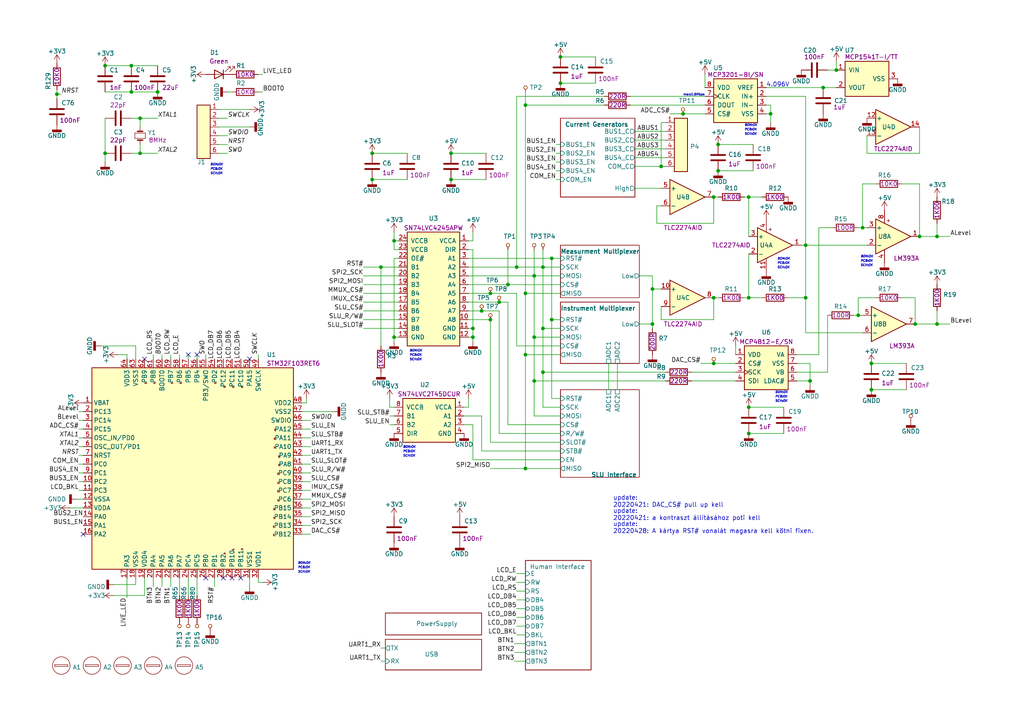
<source format=kicad_sch>
(kicad_sch (version 20211123) (generator eeschema)
  (paper "A4")
  (title_block (title "E8782A E8783A Pin Matrix Tester") (date "2022-03-07") (rev "V00") (company "Konvolúció Bt") (comment 1 "email: marrob50hz@gmail.com") (comment 2 "Tel: +36702776723") (comment 3 "https://github.com/marrob") (comment 4 "Support: "))
  (junction (at 38.1 19.05))
  (junction (at 208.28 49.53))
  (junction (at 149.86 77.47))
  (junction (at 110.49 77.47))
  (junction (at 271.78 93.98))
  (junction (at 189.23 93.98))
  (junction (at 152.4 85.09))
  (junction (at 154.94 110.49))
  (junction (at 233.68 71.12))
  (junction (at 157.48 77.47))
  (junction (at 130.81 52.07))
  (junction (at 198.12 33.02))
  (junction (at 233.68 86.36))
  (junction (at 217.17 118.11))
  (junction (at 238.76 25.4))
  (junction (at 40.64 44.45))
  (junction (at 265.43 93.98))
  (junction (at 30.48 19.05))
  (junction (at 130.81 44.45))
  (junction (at 162.56 24.13))
  (junction (at 157.48 107.95))
  (junction (at 248.92 91.44))
  (junction (at 107.95 52.07))
  (junction (at 45.72 26.67))
  (junction (at 252.73 105.41))
  (junction (at 223.52 33.02))
  (junction (at 137.16 95.25))
  (junction (at 160.02 74.93))
  (junction (at 142.24 85.09))
  (junction (at 208.28 41.91))
  (junction (at 114.3 97.79))
  (junction (at 152.4 102.87))
  (junction (at 152.4 30.48))
  (junction (at 162.56 16.51))
  (junction (at 147.32 82.55))
  (junction (at 152.4 135.89))
  (junction (at 157.48 95.25))
  (junction (at 40.64 34.29))
  (junction (at 16.51 27.305))
  (junction (at 207.01 105.41))
  (junction (at 217.17 125.73))
  (junction (at 242.57 20.32))
  (junction (at 207.01 86.36))
  (junction (at 114.3 69.85))
  (junction (at 160.02 92.71))
  (junction (at 144.78 87.63))
  (junction (at 252.73 113.03))
  (junction (at 217.17 86.36))
  (junction (at 234.95 110.49))
  (junction (at 154.94 97.79))
  (junction (at 30.48 44.45))
  (junction (at 107.95 44.45))
  (junction (at 189.23 83.82))
  (junction (at 139.7 90.17))
  (junction (at 142.24 92.71))
  (junction (at 217.17 57.15))
  (junction (at 191.77 48.26))
  (junction (at 250.19 66.04))
  (junction (at 137.16 97.79))
  (junction (at 266.7 68.58))
  (junction (at 154.94 80.01))
  (junction (at 207.01 57.15))
  (junction (at 271.78 68.58))
  (junction (at 38.1 26.67))
  (no_connect (at 59.69 167.64))
  (no_connect (at 41.91 104.14))
  (no_connect (at 72.39 104.14))
  (no_connect (at 69.85 167.64))
  (no_connect (at 67.31 167.64))
  (no_connect (at 64.77 167.64))
  (no_connect (at 54.61 102.87))
  (no_connect (at 24.13 154.94))
  (no_connect (at 57.15 102.87))
  (wire (pts (xy 217.17 86.36) (xy 215.9 86.36)))
  (wire (pts (xy 149.86 27.94) (xy 175.26 27.94)))
  (wire (pts (xy 54.61 102.87) (xy 54.61 104.14)))
  (wire (pts (xy 107.95 52.07) (xy 118.11 52.07)))
  (wire (pts (xy 179.07 105.41) (xy 179.07 113.03)))
  (wire (pts (xy 152.4 85.09) (xy 152.4 102.87)))
  (wire (pts (xy 152.4 26.67) (xy 152.4 30.48)))
  (wire (pts (xy 16.51 27.305) (xy 17.78 27.305)))
  (wire (pts (xy 154.94 80.01) (xy 154.94 97.79)))
  (wire (pts (xy 160.02 92.71) (xy 162.56 92.71)))
  (wire (pts (xy 74.93 102.87) (xy 74.93 104.14)))
  (wire (pts (xy 154.94 110.49) (xy 154.94 120.65)))
  (wire (pts (xy 208.28 49.53) (xy 218.44 49.53)))
  (wire (pts (xy 149.86 179.07) (xy 152.4 179.07)))
  (wire (pts (xy 40.64 34.29) (xy 40.64 36.83)))
  (wire (pts (xy 149.225 186.69) (xy 152.4 186.69)))
  (wire (pts (xy 157.48 118.11) (xy 162.56 118.11)))
  (wire (pts (xy 135.89 90.17) (xy 139.7 90.17)))
  (wire (pts (xy 87.63 154.94) (xy 90.17 154.94)))
  (wire (pts (xy 87.63 132.08) (xy 90.17 132.08)))
  (wire (pts (xy 46.99 167.64) (xy 46.99 170.18)))
  (wire (pts (xy 271.78 90.17) (xy 271.78 93.98)))
  (wire (pts (xy 233.68 27.94) (xy 233.68 71.12)))
  (wire (pts (xy 137.16 133.35) (xy 162.56 133.35)))
  (wire (pts (xy 242.57 17.78) (xy 242.57 20.32)))
  (wire (pts (xy 135.89 77.47) (xy 149.86 77.47)))
  (wire (pts (xy 87.63 152.4) (xy 90.17 152.4)))
  (wire (pts (xy 114.3 97.79) (xy 114.3 99.06)))
  (wire (pts (xy 217.17 118.11) (xy 227.33 118.11)))
  (wire (pts (xy 87.63 129.54) (xy 90.17 129.54)))
  (wire (pts (xy 184.15 48.26) (xy 191.77 48.26)))
  (wire (pts (xy 189.23 93.98) (xy 189.23 95.25)))
  (wire (pts (xy 105.41 95.25) (xy 115.57 95.25)))
  (wire (pts (xy 190.5 59.69) (xy 191.77 59.69)))
  (wire (pts (xy 139.7 90.17) (xy 144.78 90.17)))
  (wire (pts (xy 114.3 69.85) (xy 114.3 72.39)))
  (wire (pts (xy 157.48 77.47) (xy 157.48 95.25)))
  (wire (pts (xy 261.62 86.36) (xy 265.43 86.36)))
  (wire (pts (xy 22.225 144.78) (xy 24.13 144.78)))
  (wire (pts (xy 266.7 68.58) (xy 271.78 68.58)))
  (wire (pts (xy 39.37 167.64) (xy 39.37 169.545)))
  (wire (pts (xy 52.07 102.87) (xy 52.07 104.14)))
  (wire (pts (xy 207.01 92.71) (xy 207.01 86.36)))
  (wire (pts (xy 162.56 24.13) (xy 172.72 24.13)))
  (wire (pts (xy 149.86 181.61) (xy 152.4 181.61)))
  (wire (pts (xy 149.225 189.23) (xy 152.4 189.23)))
  (wire (pts (xy 204.47 30.48) (xy 182.88 30.48)))
  (wire (pts (xy 41.91 172.72) (xy 41.91 167.64)))
  (wire (pts (xy 237.49 66.04) (xy 241.3 66.04)))
  (wire (pts (xy 87.63 119.38) (xy 96.52 119.38)))
  (wire (pts (xy 222.25 33.02) (xy 223.52 33.02)))
  (wire (pts (xy 87.63 116.84) (xy 88.9 116.84)))
  (wire (pts (xy 38.1 44.45) (xy 40.64 44.45)))
  (wire (pts (xy 30.48 26.67) (xy 38.1 26.67)))
  (wire (pts (xy 198.12 33.02) (xy 204.47 33.02)))
  (wire (pts (xy 191.77 92.71) (xy 207.01 92.71)))
  (wire (pts (xy 30.48 19.05) (xy 38.1 19.05)))
  (wire (pts (xy 76.2 26.67) (xy 74.93 26.67)))
  (wire (pts (xy 265.43 86.36) (xy 265.43 93.98)))
  (wire (pts (xy 114.3 74.93) (xy 114.3 97.79)))
  (wire (pts (xy 39.37 100.33) (xy 39.37 104.14)))
  (wire (pts (xy 130.81 52.07) (xy 140.97 52.07)))
  (wire (pts (xy 33.02 169.545) (xy 39.37 169.545)))
  (wire (pts (xy 22.86 124.46) (xy 24.13 124.46)))
  (wire (pts (xy 175.26 30.48) (xy 152.4 30.48)))
  (wire (pts (xy 184.15 45.72) (xy 193.04 45.72)))
  (wire (pts (xy 90.17 127) (xy 87.63 127)))
  (wire (pts (xy 110.49 77.47) (xy 110.49 100.33)))
  (wire (pts (xy 152.4 30.48) (xy 152.4 85.09)))
  (wire (pts (xy 22.86 139.7) (xy 24.13 139.7)))
  (wire (pts (xy 231.14 107.95) (xy 240.03 107.95)))
  (wire (pts (xy 40.64 44.45) (xy 40.64 41.91)))
  (wire (pts (xy 134.62 123.19) (xy 137.16 123.19)))
  (wire (pts (xy 105.41 90.17) (xy 115.57 90.17)))
  (wire (pts (xy 110.49 191.77) (xy 111.76 191.77)))
  (wire (pts (xy 114.3 118.11) (xy 113.03 118.11)))
  (wire (pts (xy 160.02 92.71) (xy 160.02 115.57)))
  (wire (pts (xy 142.24 92.71) (xy 142.24 128.27)))
  (wire (pts (xy 22.86 129.54) (xy 24.13 129.54)))
  (wire (pts (xy 251.46 39.37) (xy 251.46 44.45)))
  (wire (pts (xy 16.51 27.305) (xy 16.51 26.035)))
  (wire (pts (xy 135.89 80.01) (xy 154.94 80.01)))
  (wire (pts (xy 57.15 167.64) (xy 57.15 172.72)))
  (wire (pts (xy 90.17 124.46) (xy 87.63 124.46)))
  (wire (pts (xy 191.77 88.9) (xy 191.77 92.71)))
  (wire (pts (xy 142.24 135.89) (xy 152.4 135.89)))
  (wire (pts (xy 157.48 107.95) (xy 157.48 95.25)))
  (wire (pts (xy 46.99 102.87) (xy 46.99 104.14)))
  (wire (pts (xy 105.41 92.71) (xy 115.57 92.71)))
  (wire (pts (xy 147.32 72.39) (xy 147.32 82.55)))
  (wire (pts (xy 36.83 173.355) (xy 36.83 167.64)))
  (wire (pts (xy 147.32 82.55) (xy 162.56 82.55)))
  (wire (pts (xy 162.56 125.73) (xy 144.78 125.73)))
  (wire (pts (xy 87.63 137.16) (xy 90.17 137.16)))
  (wire (pts (xy 189.23 83.82) (xy 191.77 83.82)))
  (wire (pts (xy 149.86 176.53) (xy 152.4 176.53)))
  (wire (pts (xy 22.86 134.62) (xy 24.13 134.62)))
  (wire (pts (xy 233.68 71.12) (xy 251.46 71.12)))
  (wire (pts (xy 233.68 86.36) (xy 233.68 96.52)))
  (wire (pts (xy 66.04 41.91) (xy 63.5 41.91)))
  (wire (pts (xy 238.76 25.4) (xy 242.57 25.4)))
  (wire (pts (xy 74.93 168.91) (xy 74.93 167.64)))
  (wire (pts (xy 66.04 26.67) (xy 67.31 26.67)))
  (wire (pts (xy 234.95 105.41) (xy 234.95 110.49)))
  (wire (pts (xy 162.56 85.09) (xy 152.4 85.09)))
  (wire (pts (xy 157.48 107.95) (xy 193.04 107.95)))
  (wire (pts (xy 115.57 97.79) (xy 114.3 97.79)))
  (wire (pts (xy 237.49 102.87) (xy 237.49 66.04)))
  (wire (pts (xy 22.86 137.16) (xy 24.13 137.16)))
  (wire (pts (xy 189.23 80.01) (xy 189.23 83.82)))
  (wire (pts (xy 157.48 72.39) (xy 157.48 77.47)))
  (wire (pts (xy 234.95 110.49) (xy 234.95 111.76)))
  (wire (pts (xy 217.17 125.73) (xy 227.33 125.73)))
  (wire (pts (xy 231.14 105.41) (xy 234.95 105.41)))
  (wire (pts (xy 217.17 68.58) (xy 217.17 57.15)))
  (wire (pts (xy 22.86 119.38) (xy 24.13 119.38)))
  (wire (pts (xy 149.86 184.15) (xy 152.4 184.15)))
  (wire (pts (xy 137.16 67.31) (xy 137.16 69.85)))
  (wire (pts (xy 36.83 102.87) (xy 34.29 102.87)))
  (wire (pts (xy 149.86 27.94) (xy 149.86 77.47)))
  (wire (pts (xy 66.04 39.37) (xy 63.5 39.37)))
  (wire (pts (xy 228.6 86.36) (xy 233.68 86.36)))
  (wire (pts (xy 22.86 132.08) (xy 24.13 132.08)))
  (wire (pts (xy 251.46 44.45) (xy 266.7 44.45)))
  (wire (pts (xy 115.57 74.93) (xy 114.3 74.93)))
  (wire (pts (xy 250.19 66.04) (xy 251.46 66.04)))
  (wire (pts (xy 90.17 121.92) (xy 87.63 121.92)))
  (wire (pts (xy 113.03 120.65) (xy 114.3 120.65)))
  (wire (pts (xy 200.66 107.95) (xy 213.36 107.95)))
  (wire (pts (xy 63.5 36.83) (xy 72.39 36.83)))
  (wire (pts (xy 115.57 77.47) (xy 110.49 77.47)))
  (wire (pts (xy 105.41 87.63) (xy 115.57 87.63)))
  (wire (pts (xy 190.5 64.77) (xy 207.01 64.77)))
  (wire (pts (xy 152.4 102.87) (xy 152.4 135.89)))
  (wire (pts (xy 161.29 41.91) (xy 162.56 41.91)))
  (wire (pts (xy 240.03 20.32) (xy 242.57 20.32)))
  (wire (pts (xy 154.94 97.79) (xy 162.56 97.79)))
  (wire (pts (xy 208.28 41.91) (xy 218.44 41.91)))
  (wire (pts (xy 137.16 95.25) (xy 135.89 95.25)))
  (wire (pts (xy 200.66 110.49) (xy 213.36 110.49)))
  (wire (pts (xy 271.78 93.98) (xy 275.59 93.98)))
  (wire (pts (xy 223.52 33.02) (xy 223.52 35.56)))
  (wire (pts (xy 57.15 102.87) (xy 57.15 104.14)))
  (wire (pts (xy 233.68 27.94) (xy 222.25 27.94)))
  (wire (pts (xy 135.89 92.71) (xy 142.24 92.71)))
  (wire (pts (xy 114.3 67.31) (xy 114.3 69.85)))
  (wire (pts (xy 234.95 110.49) (xy 231.14 110.49)))
  (wire (pts (xy 49.53 167.64) (xy 49.53 170.18)))
  (wire (pts (xy 191.77 48.26) (xy 193.04 48.26)))
  (wire (pts (xy 87.63 142.24) (xy 90.17 142.24)))
  (wire (pts (xy 154.94 97.79) (xy 154.94 110.49)))
  (wire (pts (xy 248.92 66.04) (xy 250.19 66.04)))
  (wire (pts (xy 87.63 147.32) (xy 90.17 147.32)))
  (wire (pts (xy 217.17 57.15) (xy 220.98 57.15)))
  (wire (pts (xy 137.16 72.39) (xy 137.16 95.25)))
  (wire (pts (xy 149.86 171.45) (xy 152.4 171.45)))
  (wire (pts (xy 266.7 53.34) (xy 266.7 68.58)))
  (wire (pts (xy 207.01 86.36) (xy 208.28 86.36)))
  (wire (pts (xy 232.41 71.12) (xy 233.68 71.12)))
  (wire (pts (xy 204.47 21.59) (xy 204.47 25.4)))
  (wire (pts (xy 87.63 144.78) (xy 90.17 144.78)))
  (wire (pts (xy 207.01 57.15) (xy 208.28 57.15)))
  (wire (pts (xy 22.86 121.92) (xy 24.13 121.92)))
  (wire (pts (xy 22.86 127) (xy 24.13 127)))
  (wire (pts (xy 29.21 100.33) (xy 39.37 100.33)))
  (wire (pts (xy 105.41 80.01) (xy 115.57 80.01)))
  (wire (pts (xy 137.16 97.79) (xy 135.89 97.79)))
  (wire (pts (xy 162.56 80.01) (xy 154.94 80.01)))
  (wire (pts (xy 157.48 118.11) (xy 157.48 107.95)))
  (wire (pts (xy 76.2 168.91) (xy 74.93 168.91)))
  (wire (pts (xy 114.3 72.39) (xy 115.57 72.39)))
  (wire (pts (xy 222.25 30.48) (xy 223.52 30.48)))
  (wire (pts (xy 160.02 74.93) (xy 160.02 92.71)))
  (wire (pts (xy 113.03 123.19) (xy 114.3 123.19)))
  (wire (pts (xy 142.24 85.09) (xy 149.86 85.09)))
  (wire (pts (xy 130.81 44.45) (xy 140.97 44.45)))
  (wire (pts (xy 135.89 82.55) (xy 147.32 82.55)))
  (wire (pts (xy 107.95 44.45) (xy 118.11 44.45)))
  (wire (pts (xy 149.86 168.91) (xy 152.4 168.91)))
  (wire (pts (xy 162.56 128.27) (xy 142.24 128.27)))
  (wire (pts (xy 16.51 28.575) (xy 16.51 27.305)))
  (wire (pts (xy 154.94 110.49) (xy 193.04 110.49)))
  (wire (pts (xy 161.29 46.99) (xy 162.56 46.99)))
  (wire (pts (xy 149.86 166.37) (xy 152.4 166.37)))
  (wire (pts (xy 162.56 123.19) (xy 147.32 123.19)))
  (wire (pts (xy 207.01 64.77) (xy 207.01 57.15)))
  (wire (pts (xy 76.2 21.59) (xy 74.93 21.59)))
  (wire (pts (xy 217.17 86.36) (xy 220.98 86.36)))
  (wire (pts (xy 213.36 100.33) (xy 213.36 102.87)))
  (wire (pts (xy 149.225 191.77) (xy 152.4 191.77)))
  (wire (pts (xy 152.4 135.89) (xy 162.56 135.89)))
  (wire (pts (xy 154.94 120.65) (xy 162.56 120.65)))
  (wire (pts (xy 207.01 105.41) (xy 213.36 105.41)))
  (wire (pts (xy 147.32 123.19) (xy 147.32 87.63)))
  (wire (pts (xy 66.04 34.29) (xy 63.5 34.29)))
  (wire (pts (xy 149.86 100.33) (xy 149.86 85.09)))
  (wire (pts (xy 30.48 34.29) (xy 30.48 44.45)))
  (wire (pts (xy 233.68 71.12) (xy 233.68 86.36)))
  (wire (pts (xy 137.16 123.19) (xy 137.16 133.35)))
  (wire (pts (xy 191.77 35.56) (xy 191.77 48.26)))
  (wire (pts (xy 72.39 167.64) (xy 72.39 170.18)))
  (wire (pts (xy 87.63 139.7) (xy 90.17 139.7)))
  (wire (pts (xy 266.7 44.45) (xy 266.7 36.83)))
  (wire (pts (xy 54.61 167.64) (xy 54.61 172.72)))
  (wire (pts (xy 250.19 96.52) (xy 233.68 96.52)))
  (wire (pts (xy 63.5 31.75) (xy 72.39 31.75)))
  (wire (pts (xy 105.41 85.09) (xy 115.57 85.09)))
  (wire (pts (xy 248.92 91.44) (xy 250.19 91.44)))
  (wire (pts (xy 161.29 52.07) (xy 162.56 52.07)))
  (wire (pts (xy 194.31 33.02) (xy 198.12 33.02)))
  (wire (pts (xy 137.16 97.79) (xy 137.16 99.06)))
  (wire (pts (xy 252.73 113.03) (xy 262.89 113.03)))
  (wire (pts (xy 52.07 167.64) (xy 52.07 172.72)))
  (wire (pts (xy 204.47 27.94) (xy 182.88 27.94)))
  (wire (pts (xy 135.89 85.09) (xy 142.24 85.09)))
  (wire (pts (xy 162.56 74.93) (xy 160.02 74.93)))
  (wire (pts (xy 184.15 54.61) (xy 191.77 54.61)))
  (wire (pts (xy 30.48 44.45) (xy 30.48 46.99)))
  (wire (pts (xy 254 53.34) (xy 250.19 53.34)))
  (wire (pts (xy 254 86.36) (xy 248.92 86.36)))
  (wire (pts (xy 114.3 69.85) (xy 115.57 69.85)))
  (wire (pts (xy 49.53 102.87) (xy 49.53 104.14)))
  (wire (pts (xy 59.69 102.87) (xy 59.69 104.14)))
  (wire (pts (xy 231.14 102.87) (xy 237.49 102.87)))
  (wire (pts (xy 110.49 187.96) (xy 111.76 187.96)))
  (wire (pts (xy 271.78 68.58) (xy 275.59 68.58)))
  (wire (pts (xy 144.78 125.73) (xy 144.78 90.17)))
  (wire (pts (xy 149.86 173.99) (xy 152.4 173.99)))
  (wire (pts (xy 139.7 130.81) (xy 162.56 130.81)))
  (wire (pts (xy 44.45 102.87) (xy 44.45 104.14)))
  (wire (pts (xy 62.23 170.18) (xy 62.23 167.64)))
  (wire (pts (xy 261.62 53.34) (xy 266.7 53.34)))
  (wire (pts (xy 105.41 82.55) (xy 115.57 82.55)))
  (wire (pts (xy 66.04 44.45) (xy 63.5 44.45)))
  (wire (pts (xy 250.19 53.34) (xy 250.19 66.04)))
  (wire (pts (xy 40.64 44.45) (xy 45.72 44.45)))
  (wire (pts (xy 113.03 118.11) (xy 113.03 115.57)))
  (wire (pts (xy 144.78 87.63) (xy 147.32 87.63)))
  (wire (pts (xy 87.63 134.62) (xy 90.17 134.62)))
  (wire (pts (xy 184.15 38.1) (xy 193.04 38.1)))
  (wire (pts (xy 217.17 73.66) (xy 217.17 86.36)))
  (wire (pts (xy 161.29 49.53) (xy 162.56 49.53)))
  (wire (pts (xy 223.52 30.48) (xy 223.52 33.02)))
  (wire (pts (xy 135.89 87.63) (xy 144.78 87.63)))
  (wire (pts (xy 222.25 25.4) (xy 238.76 25.4)))
  (wire (pts (xy 193.04 35.56) (xy 191.77 35.56)))
  (wire (pts (xy 135.89 74.93) (xy 160.02 74.93)))
  (wire (pts (xy 134.62 120.65) (xy 139.7 120.65)))
  (wire (pts (xy 20.32 147.32) (xy 24.13 147.32)))
  (wire (pts (xy 162.56 16.51) (xy 172.72 16.51)))
  (wire (pts (xy 161.29 44.45) (xy 162.56 44.45)))
  (wire (pts (xy 203.2 105.41) (xy 207.01 105.41)))
  (wire (pts (xy 149.86 77.47) (xy 157.48 77.47)))
  (wire (pts (xy 139.7 120.65) (xy 139.7 130.81)))
  (wire (pts (xy 38.1 26.67) (xy 45.72 26.67)))
  (wire (pts (xy 190.5 59.69) (xy 190.5 64.77)))
  (wire (pts (xy 185.42 93.98) (xy 189.23 93.98)))
  (wire (pts (xy 135.89 115.57) (xy 135.89 118.11)))
  (wire (pts (xy 154.94 72.39) (xy 154.94 80.01)))
  (wire (pts (xy 248.92 86.36) (xy 248.92 91.44)))
  (wire (pts (xy 162.56 100.33) (xy 149.86 100.33)))
  (wire (pts (xy 160.02 115.57) (xy 162.56 115.57)))
  (wire (pts (xy 215.9 57.15) (xy 217.17 57.15)))
  (wire (pts (xy 137.16 69.85) (xy 135.89 69.85)))
  (wire (pts (xy 87.63 149.86) (xy 90.17 149.86)))
  (wire (pts (xy 137.16 95.25) (xy 137.16 97.79)))
  (wire (pts (xy 271.78 64.77) (xy 271.78 68.58)))
  (wire (pts (xy 152.4 102.87) (xy 162.56 102.87)))
  (wire (pts (xy 105.41 77.47) (xy 110.49 77.47)))
  (wire (pts (xy 247.65 91.44) (xy 248.92 91.44)))
  (wire (pts (xy 157.48 95.25) (xy 162.56 95.25)))
  (wire (pts (xy 184.15 43.18) (xy 193.04 43.18)))
  (wire (pts (xy 38.1 19.05) (xy 45.72 19.05)))
  (wire (pts (xy 176.53 105.41) (xy 176.53 113.03)))
  (wire (pts (xy 38.1 34.29) (xy 40.64 34.29)))
  (wire (pts (xy 184.15 40.64) (xy 193.04 40.64)))
  (wire (pts (xy 135.89 72.39) (xy 137.16 72.39)))
  (wire (pts (xy 252.73 105.41) (xy 262.89 105.41)))
  (wire (pts (xy 36.83 104.14) (xy 36.83 102.87)))
  (wire (pts (xy 162.56 77.47) (xy 157.48 77.47)))
  (wire (pts (xy 240.03 91.44) (xy 240.03 107.95)))
  (wire (pts (xy 189.23 83.82) (xy 189.23 93.98)))
  (wire (pts (xy 44.45 167.64) (xy 44.45 170.18)))
  (wire (pts (xy 40.64 34.29) (xy 45.72 34.29)))
  (wire (pts (xy 185.42 80.01) (xy 189.23 80.01)))
  (wire (pts (xy 22.86 142.24) (xy 24.13 142.24)))
  (wire (pts (xy 135.89 118.11) (xy 134.62 118.11)))
  (wire (pts (xy 33.02 172.72) (xy 41.91 172.72)))
  (wire (pts (xy 88.9 116.84) (xy 88.9 115.57)))
  (wire (pts (xy 265.43 93.98) (xy 271.78 93.98)))
  (text "SCH:OK" (at 60.96 50.8 0) (effects (font (size 0.635 0.635) italic) (justify left bottom)))
  (text "max:1.6Mbps" (at 198.12 27.94 0) (effects (font (size 0.635 0.635)) (justify left bottom)))
  (text "BOM:OK" (at 118.745 102.235 0) (effects (font (size 0.635 0.635) italic) (justify left bottom)))
  (text "SCH:OK" (at 249.555 77.47 0) (effects (font (size 0.635 0.635) italic) (justify left bottom)))
  (text "BOM:OK" (at 116.84 130.175 0) (effects (font (size 0.635 0.635) italic) (justify left bottom)))
  (text "BOM:OK" (at 224.79 114.3 0) (effects (font (size 0.635 0.635) italic) (justify left bottom)))
  (text "BOM:OK" (at 60.96 48.26 0) (effects (font (size 0.635 0.635) italic) (justify left bottom)))
  (text "SCH:OK" (at 224.79 116.84 0) (effects (font (size 0.635 0.635) italic) (justify left bottom)))
  (text "SCH:OK" (at 116.84 132.715 0) (effects (font (size 0.635 0.635) italic) (justify left bottom)))
  (text "PCB:OK" (at 215.9 38.1 0) (effects (font (size 0.635 0.635) italic) (justify left bottom)))
  (text "4.096V" (at 222.25 25.4 0) (effects (font (size 1.27 1.27)) (justify left bottom)))
  (text "SCH:OK" (at 118.745 104.775 0) (effects (font (size 0.635 0.635) italic) (justify left bottom)))
  (text "SCH:OK" (at 86.36 166.37 0) (effects (font (size 0.635 0.635) italic) (justify left bottom)))
  (text "update:\n20220421: DAC_CS# pull up kell" (at 177.8 147.32 0) (effects (font (size 1.27 1.27)) (justify left bottom)))
  (text "SCH:OK" (at 225.425 78.105 0) (effects (font (size 0.635 0.635) italic) (justify left bottom)))
  (text "BOM:OK" (at 249.555 74.93 0) (effects (font (size 0.635 0.635) italic) (justify left bottom)))
  (text "update:\n20220421: a kontraszt állításához poti kell" (at 177.8 151.13 0) (effects (font (size 1.27 1.27)) (justify left bottom)))
  (text "PCB:OK" (at 249.555 76.2 0) (effects (font (size 0.635 0.635) italic) (justify left bottom)))
  (text "PCB:OK" (at 60.96 49.53 0) (effects (font (size 0.635 0.635) italic) (justify left bottom)))
  (text "BOM:OK" (at 86.36 163.83 0) (effects (font (size 0.635 0.635) italic) (justify left bottom)))
  (text "update:\n20220428: A kártya RST# vonalát magasra kell kötni fixen." (at 177.8 154.94 0) (effects (font (size 1.27 1.27)) (justify left bottom)))
  (text "SCH:OK" (at 215.9 39.37 0) (effects (font (size 0.635 0.635) italic) (justify left bottom)))
  (text "BOM:OK" (at 225.425 75.565 0) (effects (font (size 0.635 0.635) italic) (justify left bottom)))
  (text "PCB:OK" (at 116.84 131.445 0) (effects (font (size 0.635 0.635) italic) (justify left bottom)))
  (text "PCB:OK" (at 118.745 103.505 0) (effects (font (size 0.635 0.635) italic) (justify left bottom)))
  (text "PCB:OK" (at 224.79 115.57 0) (effects (font (size 0.635 0.635) italic) (justify left bottom)))
  (text "BOM:OK" (at 215.9 36.83 0) (effects (font (size 0.635 0.635) italic) (justify left bottom)))
  (text "PCB:OK" (at 86.36 165.1 0) (effects (font (size 0.635 0.635) italic) (justify left bottom)))
  (text "PCB:OK" (at 225.425 76.835 0) (effects (font (size 0.635 0.635) italic) (justify left bottom)))
  (label "COM_EN" (at 161.29 52.07 180))
  (label "SWCLK" (at 74.93 102.87 90) (effects (font italic)))
  (label "XTAL1" (at 45.72 34.29 0) (effects (font italic)))
  (label "DAC_CS#" (at 90.17 154.94 0))
  (label "IMUX_CS#" (at 90.17 142.24 0))
  (label "SLU_EN" (at 113.03 123.19 180))
  (label "XTAL2" (at 22.86 129.54 180) (effects (font italic)))
  (label "UART1_RX" (at 110.49 187.96 180))
  (label "BOOT0" (at 46.99 102.87 90) (effects (font italic)))
  (label "LCD_BKL" (at 22.86 142.24 180))
  (label "NRST" (at 66.04 41.91 0) (effects (font italic)))
  (label "SWDIO" (at 66.04 39.37 0) (effects (font italic)))
  (label "BUS3_EN" (at 22.86 139.7 180))
  (label "SPI2_MOSI" (at 105.41 82.55 180))
  (label "BLevel" (at 275.59 93.98 0))
  (label "BTN1" (at 49.53 170.18 270))
  (label "BTN3" (at 44.45 170.18 270))
  (label "BTN2" (at 149.225 189.23 180))
  (label "LCD_DB5" (at 149.86 176.53 180))
  (label "RST#" (at 105.41 77.47 180))
  (label "MMUX_CS#" (at 90.17 144.78 0))
  (label "XTAL2" (at 45.72 44.45 0) (effects (font italic)))
  (label "LCD_DB5" (at 67.31 104.14 90))
  (label "LCD_E" (at 149.86 166.37 180))
  (label "LCD_DB7" (at 62.23 104.14 90))
  (label "ABUS4" (at 184.785 45.72 0))
  (label "SPI2_MISO" (at 142.24 135.89 180))
  (label "BUS4_EN" (at 22.86 137.16 180))
  (label "BUS1_EN" (at 161.29 41.91 180))
  (label "BTN2" (at 46.99 170.18 270))
  (label "SPI2_MISO" (at 90.17 149.86 0))
  (label "LCD_DB6" (at 149.86 179.07 180))
  (label "UART1_RX" (at 90.17 129.54 0))
  (label "BUS4_EN" (at 161.29 49.53 180))
  (label "IMUX_CS#" (at 105.41 87.63 180))
  (label "ADC_CS#" (at 194.31 33.02 180))
  (label "SLU_SLOT#" (at 105.41 95.25 180))
  (label "SWO" (at 59.69 102.87 90) (effects (font italic)))
  (label "ALevel" (at 275.59 68.58 0))
  (label "LIVE_LED" (at 76.2 21.59 0))
  (label "LCD_DB7" (at 149.86 181.61 180))
  (label "LCD_RS" (at 44.45 102.87 90))
  (label "SLU_R{slash}W#" (at 105.41 92.71 180))
  (label "SLU_CS#" (at 105.41 90.17 180))
  (label "SWO" (at 66.04 44.45 0) (effects (font italic)))
  (label "BTN3" (at 149.225 191.77 180))
  (label "ABUS1" (at 184.785 38.1 0))
  (label "BOOT0" (at 76.2 26.67 0))
  (label "SPI2_SCK" (at 90.17 152.4 0))
  (label "XTAL1" (at 22.86 127 180) (effects (font italic)))
  (label "ADC_CS#" (at 22.86 124.46 180))
  (label "LCD_BKL" (at 149.86 184.15 180))
  (label "LCD_DB4" (at 149.86 173.99 180))
  (label "BUS1_EN" (at 24.13 152.4 180))
  (label "SPI2_MOSI" (at 90.17 147.32 0))
  (label "LCD_RW" (at 149.86 168.91 180))
  (label "RST#" (at 62.23 170.18 270))
  (label "LIVE_LED" (at 36.83 173.355 270))
  (label "BUS2_EN" (at 161.29 44.45 180))
  (label "ABUS2" (at 184.785 40.64 0))
  (label "BUS2_EN" (at 24.13 149.86 180))
  (label "SLU_SLOT#" (at 90.17 134.62 0))
  (label "MMUX_CS#" (at 105.41 85.09 180))
  (label "COM_EN" (at 22.86 134.62 180))
  (label "SPI2_SCK" (at 105.41 80.01 180))
  (label "LCD_RS" (at 149.86 171.45 180))
  (label "LCD_DB6" (at 64.77 104.14 90))
  (label "LCD_E" (at 52.07 102.87 90))
  (label "SLU_EN" (at 90.17 124.46 0))
  (label "SWDIO" (at 90.17 121.92 0) (effects (font italic)))
  (label "SLU_CS#" (at 90.17 139.7 0))
  (label "SLU_R{slash}W#" (at 90.17 137.16 0))
  (label "SLU_STB#" (at 113.03 120.65 180))
  (label "SLU_STB#" (at 90.17 127 0))
  (label "UART1_TX" (at 110.49 191.77 180))
  (label "BLevel" (at 22.86 121.92 180))
  (label "LCD_RW" (at 49.53 102.87 90))
  (label "SWCLK" (at 66.04 34.29 0) (effects (font italic)))
  (label "DAC_CS#" (at 203.2 105.41 180))
  (label "LCD_DB4" (at 69.85 104.14 90))
  (label "ABUS3" (at 184.785 43.18 0))
  (label "NRST" (at 22.86 132.08 180) (effects (font italic)))
  (label "NRST" (at 17.78 27.305 0) (effects (font italic)))
  (label "BUS3_EN" (at 161.29 46.99 180))
  (label "BTN1" (at 149.225 186.69 180))
  (label "UART1_TX" (at 90.17 132.08 0))
  (label "ALevel" (at 22.86 119.38 180))
  (symbol (lib_id "Passive:Capacitator 0805 100nF 50V 10% X7R") (at 133.35 153.67 0) (unit 1)
    (property "Reference" "C13" (at 134.62 151.13 0) (effects (justify left)))
    (property "Value" "Capacitator 0805 100nF 50V 10% X7R" (effects hide))
    (property "Footprint" "Passive:C0805" (effects hide))
    (property "Comment" "100nF" (at 137.16 156.21 0))
    (property "Manufacturer" "YAGEO" (effects hide))
    (property "ManufacturerPartNo" "CC0805KRX7R9BB104" (effects hide))
    (property "Supplier" "FAR-3019949;LOM-82-01-25" (effects hide))
  )
  (symbol (lib_id "Others:M3 Hole") (at 17.78 193.04 0) (unit 1) (in_bom no)
    (property "Reference" "A1" (at 21.0312 193.519 0) (effects (justify left)))
    (property "Value" "M3 Hole" (effects hide))
    (property "Footprint" "Others:M3 HOLE" (effects hide))
  )
  (symbol (lib_id "CustomPowers:GNDD") (at 60.96 182.88 0) (unit 1)
    (property "Reference" "#PWR059" (effects hide))
    (property "Value" "GNDD" (at 60.96 186.055 0))
  )
  (symbol (lib_id "CustomPowers:+5V") (at 208.28 41.91 0) (unit 1)
    (property "Reference" "#PWR040" (effects hide))
    (property "Value" "+5V" (at 208.28 38.354 0))
  )
  (symbol (lib_id "CustomPowers:GNDD") (at 208.28 49.53 0) (unit 1)
    (property "Reference" "#PWR041" (effects hide))
    (property "Value" "GNDD" (at 208.28 52.705 0))
  )
  (symbol (lib_id "Others:M3 Hole") (at 35.56 193.04 0) (unit 1) (in_bom no)
    (property "Reference" "A3" (at 38.8112 193.519 0) (effects (justify left)))
    (property "Value" "M3 Hole" (effects hide))
    (property "Footprint" "Others:M3 HOLE" (effects hide))
  )
  (symbol (lib_id "CustomPowers:+3V3") (at 114.3 67.31 0) (unit 1)
    (property "Reference" "#PWR023" (effects hide))
    (property "Value" "+3V3" (at 114.3 63.754 0))
  )
  (symbol (lib_id "Passive:Resistor 0805 1K00") (at 224.79 86.36 90) (unit 1)
    (property "Reference" "R13" (at 224.79 83.82 90))
    (property "Value" "Resistor 0805 1K00" (effects hide))
    (property "Footprint" "Passive:R0805" (effects hide))
    (property "Comment" "1K00" (at 224.79 86.36 90))
    (property "Manufacturer" "VIKING" (effects hide))
    (property "ManufacturerPartNo" "RC0805FR-101KL;" (effects hide))
    (property "Supplier" "LOM-80-52-91;" (effects hide))
  )
  (symbol (lib_id "Passive:Resistor 0805 220R") (at 179.07 30.48 90) (unit 1)
    (property "Reference" "R6" (at 173.99 29.21 90))
    (property "Value" "Resistor 0805 220R" (effects hide))
    (property "Footprint" "Passive:R0805" (effects hide))
    (property "Comment" "220R" (at 179.07 30.48 90))
    (property "Manufacturer" "Viking Tech Corp." (effects hide))
    (property "ManufacturerPartNo" "CR-05FL7--220R 0.125W " (effects hide))
    (property "Supplier" "LOM-80-10-78;" (effects hide))
  )
  (symbol (lib_id "CustomPowers:+3V3") (at 88.9 115.57 0) (unit 1)
    (property "Reference" "#PWR017" (effects hide))
    (property "Value" "+3V3" (at 88.9 112.014 0))
  )
  (symbol (lib_id "Passive:Capacitator 0805 100nF 50V 10% X7R") (at 118.11 48.26 0) (unit 1)
    (property "Reference" "C8" (at 119.38 45.72 0) (effects (justify left)))
    (property "Value" "Capacitator 0805 100nF 50V 10% X7R" (effects hide))
    (property "Footprint" "Passive:C0805" (effects hide))
    (property "Comment" "100nF" (at 121.92 50.8 0))
    (property "Manufacturer" "YAGEO" (effects hide))
    (property "ManufacturerPartNo" "CC0805KRX7R9BB104" (effects hide))
    (property "Supplier" "FAR-3019949;LOM-82-01-25" (effects hide))
  )
  (symbol (lib_id "Connectors:Test Point THT") (at 54.61 181.61 270) (unit 1)
    (property "Reference" "TP14" (at 54.61 187.96 0) (effects (justify right)))
    (property "Value" "Test Point THT" (effects hide))
    (property "Footprint" "Connectors:PinHeader 1x01 P2.54mm Vertical" (effects hide))
  )
  (symbol (lib_id "CustomPowers:GNDD") (at 30.48 46.99 0) (unit 1)
    (property "Reference" "#PWR08" (effects hide))
    (property "Value" "GNDD" (at 30.48 50.165 0))
  )
  (symbol (lib_id "CustomPowers:+3V3") (at 33.02 172.72 90) (unit 1)
    (property "Reference" "#PWR05" (effects hide))
    (property "Value" "+3V3" (at 27.94 172.72 90))
  )
  (symbol (lib_id "CustomPowers:GNDD") (at 189.23 102.87 0) (unit 1)
    (property "Reference" "#PWR038" (effects hide))
    (property "Value" "GNDD" (at 189.23 106.045 0))
  )
  (symbol (lib_id "CustomPowers:+3V3") (at 271.78 82.55 0) (unit 1)
    (property "Reference" "#PWR0217" (effects hide))
    (property "Value" "+3V3" (at 271.78 78.994 0))
  )
  (symbol (lib_id "Analog:TLC2274AID") (at 259.08 36.83 0) (unit 4)
    (property "Reference" "U4" (at 257.81 36.83 0))
    (property "Value" "TLC2274AID" (effects hide))
    (property "Footprint" "Semiconductor:SOIC-14" (effects hide))
    (property "Datasheet" "${KNV_DATASHEET}\\TLC2272A.pdf" (effects hide))
    (property "Comment" "TLC2274AID" (at 259.08 43.18 0))
    (property "Manufacturer" "TEXAS INSTRUMENTS" (effects hide))
    (property "ManufacturerPartNo" "TLC2274AID" (effects hide))
    (property "Supplier" "FAR-3117874;RSC-356-9546" (effects hide))
  )
  (symbol (lib_id "CustomPowers:+5V") (at 213.36 100.33 0) (unit 1)
    (property "Reference" "#PWR042" (effects hide))
    (property "Value" "+5V" (at 213.36 96.774 0))
  )
  (symbol (lib_id "Connectors:Test Point THT") (at 60.96 181.61 90) (unit 1)
    (property "Reference" "TP16" (at 59.69 179.07 90) (effects (justify right)))
    (property "Value" "Test Point THT" (effects hide))
    (property "Footprint" "Connectors:PinHeader 1x01 P2.54mm Vertical" (effects hide))
  )
  (symbol (lib_id "Passive:Resistor 0805 1K00") (at 271.78 86.36 180) (unit 1)
    (property "Reference" "R19" (at 273.558 85.4515 0) (effects (justify right)))
    (property "Value" "Resistor 0805 1K00" (effects hide))
    (property "Footprint" "Passive:R0805" (effects hide))
    (property "Comment" "1K00" (at 271.78 88.9 90) (effects (justify right)))
    (property "Manufacturer" "VIKING" (effects hide))
    (property "ManufacturerPartNo" "RC0805FR-101KL;" (effects hide))
    (property "Supplier" "LOM-80-52-91;" (effects hide))
  )
  (symbol (lib_id "CustomPowers:GNDD") (at 238.76 33.02 0) (unit 1)
    (property "Reference" "#PWR051" (effects hide))
    (property "Value" "GNDD" (at 238.76 36.195 0))
  )
  (symbol (lib_id "CustomPowers:GNDD") (at 114.3 157.48 0) (unit 1)
    (property "Reference" "#PWR027" (effects hide))
    (property "Value" "GNDD" (at 114.3 160.655 0))
  )
  (symbol (lib_id "CustomPowers:+3V3") (at 16.51 18.415 0) (unit 1)
    (property "Reference" "#PWR0211" (effects hide))
    (property "Value" "+3V3" (at 16.51 14.859 0))
  )
  (symbol (lib_id "Passive:Capacitator 0805 100nF 50V 10% X7R") (at 140.97 48.26 0) (unit 1)
    (property "Reference" "C12" (at 142.24 45.72 0) (effects (justify left)))
    (property "Value" "Capacitator 0805 100nF 50V 10% X7R" (effects hide))
    (property "Footprint" "Passive:C0805" (effects hide))
    (property "Comment" "100nF" (at 144.78 50.8 0))
    (property "Manufacturer" "YAGEO" (effects hide))
    (property "ManufacturerPartNo" "CC0805KRX7R9BB104" (effects hide))
    (property "Supplier" "FAR-3019949;LOM-82-01-25" (effects hide))
  )
  (symbol (lib_id "Passive:Capacitator 0805 1uF 16V 10% X7R") (at 208.28 45.72 0) (unit 1)
    (property "Reference" "C16" (at 211.201 44.8115 0) (effects (justify left)))
    (property "Value" "Capacitator 0805 1uF 16V 10% X7R" (effects hide))
    (property "Footprint" "Passive:C0805" (effects hide))
    (property "Comment" "1uF" (at 211.201 47.5866 0) (effects (justify left)))
    (property "Manufacturer" "YAGEO; SAMSUNG;" (effects hide))
    (property "ManufacturerPartNo" "CC0805KKX7R7BB105;CL21B105KBFNNNG;" (effects hide))
    (property "Supplier" "LOM-82-05-11;FAR-2370711;TME-CC0805KKX7R7BB105;" (effects hide))
  )
  (symbol (lib_id "CustomPowers:GNDD") (at 114.3 99.06 0) (unit 1)
    (property "Reference" "#PWR024" (effects hide))
    (property "Value" "GNDD" (at 114.3 102.235 0))
  )
  (symbol (lib_id "CustomPowers:+3V3") (at 59.69 21.59 90) (unit 1)
    (property "Reference" "#PWR011" (effects hide))
    (property "Value" "+3V3" (at 56.134 21.59 0))
  )
  (symbol (lib_id "Logic:SN74LVC4245APW") (at 125.73 82.55 0) (mirror y) (unit 1)
    (property "Reference" "U3" (at 125.73 63.3435 0))
    (property "Value" "SN74LVC4245APW" (effects hide))
    (property "Footprint" "Semiconductor:TSSOP-24" (effects hide))
    (property "Datasheet" "${KNV_DATASHEET}\\SN74LVC4245.pdf" (effects hide))
    (property "Comment" "SN74LVC4245APW" (at 125.73 66.1186 0))
    (property "Manufacturer" "TEXAS INSTRUMENTS" (effects hide))
    (property "ManufacturerPartNo" "SN74LVC4245APW;" (effects hide))
    (property "Supplier" "FAR-3119668; TME-SN74LVC4245APW" (effects hide))
  )
  (symbol (lib_id "Connectors:Test Point SMT") (at 154.94 71.12 90) (unit 1)
    (property "Reference" "TP3" (at 153.67 68.58 90) (effects (justify right)))
    (property "Value" "Test Point SMT" (effects hide))
    (property "Footprint" "Connectors:TestPoint SMT D1.5mm" (effects hide))
  )
  (symbol (lib_id "CustomPowers:GNDD") (at 232.41 20.32 0) (unit 1)
    (property "Reference" "#PWR049" (effects hide))
    (property "Value" "GNDD" (at 232.41 23.495 0))
  )
  (symbol (lib_id "Analog:TLC2274AID") (at 199.39 57.15 0) (unit 2)
    (property "Reference" "U4" (at 198.12 57.15 0))
    (property "Value" "TLC2274AID" (effects hide))
    (property "Footprint" "Semiconductor:SOIC-14" (effects hide))
    (property "Datasheet" "${KNV_DATASHEET}\\TLC2272A.pdf" (effects hide))
    (property "Comment" "TLC2274AID" (at 198.12 66.04 0))
    (property "Manufacturer" "TEXAS INSTRUMENTS" (effects hide))
    (property "ManufacturerPartNo" "TLC2274AID" (effects hide))
    (property "Supplier" "FAR-3117874;RSC-356-9546" (effects hide))
  )
  (symbol (lib_id "Analog:TLC2274AID") (at 199.39 86.36 0) (unit 3)
    (property "Reference" "U4" (at 198.12 86.36 0))
    (property "Value" "TLC2274AID" (effects hide))
    (property "Footprint" "Semiconductor:SOIC-14" (effects hide))
    (property "Datasheet" "${KNV_DATASHEET}\\TLC2272A.pdf" (effects hide))
    (property "Comment" "TLC2274AID" (at 198.12 93.98 0))
    (property "Manufacturer" "TEXAS INSTRUMENTS" (effects hide))
    (property "ManufacturerPartNo" "TLC2274AID" (effects hide))
    (property "Supplier" "FAR-3117874;RSC-356-9546" (effects hide))
  )
  (symbol (lib_id "Passive:Capacitator 0805 100nF 50V 10% X7R") (at 172.72 20.32 0) (unit 1)
    (property "Reference" "C15" (at 173.99 17.78 0) (effects (justify left)))
    (property "Value" "Capacitator 0805 100nF 50V 10% X7R" (effects hide))
    (property "Footprint" "Passive:C0805" (effects hide))
    (property "Comment" "100nF" (at 176.53 22.86 0))
    (property "Manufacturer" "YAGEO" (effects hide))
    (property "ManufacturerPartNo" "CC0805KRX7R9BB104" (effects hide))
    (property "Supplier" "FAR-3019949;LOM-82-01-25" (effects hide))
  )
  (symbol (lib_id "Analog:TLC2274AID") (at 224.79 71.12 0) (unit 1)
    (property "Reference" "U4" (at 222.25 71.12 0))
    (property "Value" "TLC2274AID" (effects hide))
    (property "Footprint" "Semiconductor:SOIC-14" (effects hide))
    (property "Datasheet" "${KNV_DATASHEET}\\TLC2272A.pdf" (effects hide))
    (property "Comment" "TLC2274AID" (at 212.09 71.12 0))
    (property "Manufacturer" "TEXAS INSTRUMENTS" (effects hide))
    (property "ManufacturerPartNo" "TLC2274AID" (effects hide))
    (property "Supplier" "FAR-3117874;RSC-356-9546" (effects hide))
  )
  (symbol (lib_id "CustomPowers:GNDD") (at 110.49 107.95 0) (unit 1)
    (property "Reference" "#PWR021" (effects hide))
    (property "Value" "GNDD" (at 110.49 111.125 0))
  )
  (symbol (lib_id "CustomPowers:GNDD") (at 107.95 52.07 0) (unit 1)
    (property "Reference" "#PWR020" (effects hide))
    (property "Value" "GNDD" (at 107.95 55.245 0))
  )
  (symbol (lib_id "Passive:Capacitator 0805 22pF 50V 5% NPO") (at 34.29 34.29 90) (unit 1)
    (property "Reference" "C2" (at 34.29 28.1645 90))
    (property "Value" "Capacitator 0805 22pF 50V 5% NPO" (effects hide))
    (property "Footprint" "Passive:C0805" (effects hide))
    (property "Comment" "22pF" (at 34.29 30.48 90))
    (property "Manufacturer" "SAMSUNG" (effects hide))
    (property "ManufacturerPartNo" "CL21C220JBANNNC" (effects hide))
    (property "Supplier" "LOM-82-09-18;" (effects hide))
  )
  (symbol (lib_id "Connectors:Test Point SMT") (at 142.24 91.44 90) (unit 1)
    (property "Reference" "TP7" (at 140.97 88.9 90) (effects (justify right)))
    (property "Value" "Test Point SMT" (effects hide))
    (property "Footprint" "Connectors:TestPoint SMT D1.5mm" (effects hide))
  )
  (symbol (lib_id "CustomPowers:+5V") (at 256.54 60.96 0) (unit 1)
    (property "Reference" "#PWR056" (effects hide))
    (property "Value" "+5V" (at 256.54 57.404 0))
  )
  (symbol (lib_id "CustomPowers:GNDD") (at 252.73 113.03 0) (unit 1)
    (property "Reference" "#PWR055" (effects hide))
    (property "Value" "GNDD" (at 252.73 116.205 0))
  )
  (symbol (lib_id "Analog:MCP3201-BI{slash}SN") (at 213.36 29.21 0) (mirror y) (unit 1)
    (property "Reference" "U5" (at 208.28 19.685 0))
    (property "Value" "MCP3201-BI/SN" (effects hide))
    (property "Footprint" "Semiconductor:SOIC-8" (effects hide))
    (property "Datasheet" "${KNV_DATASHEET}\\MCP3201.pdf" (effects hide))
    (property "Comment" "MCP3201-BI/SN" (at 213.36 21.6686 0))
    (property "Manufacturer" "Microchip" (effects hide))
    (property "ManufacturerPartNo" "MCP3201-BI/SN" (effects hide))
    (property "Supplier" "FAR-1084338; TME-MCP3201-BI/SN; CHP-MCP3201-BI/SN;" (effects hide))
  )
  (symbol (lib_id "CustomPowers:+5V") (at 217.17 118.11 0) (unit 1)
    (property "Reference" "#PWR043" (effects hide))
    (property "Value" "+5V" (at 217.17 114.554 0))
  )
  (symbol (lib_id "CustomPowers:+5V") (at 135.89 115.57 0) (unit 1)
    (property "Reference" "#PWR033" (effects hide))
    (property "Value" "+5V" (at 135.89 112.014 0))
  )
  (symbol (lib_id "CustomPowers:+3V3") (at 76.2 168.91 270) (unit 1)
    (property "Reference" "#PWR014" (effects hide))
    (property "Value" "+3V3" (at 79.756 168.91 0))
  )
  (symbol (lib_id "Passive:Resistor 0805 220R") (at 196.85 107.95 90) (unit 1)
    (property "Reference" "R8" (at 191.77 106.68 90))
    (property "Value" "Resistor 0805 220R" (effects hide))
    (property "Footprint" "Passive:R0805" (effects hide))
    (property "Comment" "220R" (at 196.85 107.95 90))
    (property "Manufacturer" "Viking Tech Corp." (effects hide))
    (property "ManufacturerPartNo" "CR-05FL7--220R 0.125W " (effects hide))
    (property "Supplier" "LOM-80-10-78;" (effects hide))
  )
  (symbol (lib_id "Connectors:Test Point THT") (at 57.15 181.61 270) (unit 1)
    (property "Reference" "TP15" (at 57.15 187.96 0) (effects (justify right)))
    (property "Value" "Test Point THT" (effects hide))
    (property "Footprint" "Connectors:PinHeader 1x01 P2.54mm Vertical" (effects hide))
  )
  (symbol (lib_id "CustomPowers:+3V3") (at 114.3 149.86 0) (unit 1)
    (property "Reference" "#PWR026" (effects hide))
    (property "Value" "+3V3" (at 114.3 146.304 0))
  )
  (symbol (lib_id "Passive:Resistor 0805 220R") (at 179.07 27.94 90) (unit 1)
    (property "Reference" "R5" (at 173.99 26.67 90))
    (property "Value" "Resistor 0805 220R" (effects hide))
    (property "Footprint" "Passive:R0805" (effects hide))
    (property "Comment" "220R" (at 179.07 27.94 90))
    (property "Manufacturer" "Viking Tech Corp." (effects hide))
    (property "ManufacturerPartNo" "CR-05FL7--220R 0.125W " (effects hide))
    (property "Supplier" "LOM-80-10-78;" (effects hide))
  )
  (symbol (lib_id "CustomPowers:+5V") (at 162.56 16.51 0) (unit 1)
    (property "Reference" "#PWR036" (effects hide))
    (property "Value" "+5V" (at 162.56 12.954 0))
  )
  (symbol (lib_id "CustomPowers:+3V3") (at 24.13 116.84 90) (unit 1)
    (property "Reference" "#PWR03" (effects hide))
    (property "Value" "+3V3" (at 20.574 116.84 0))
  )
  (symbol (lib_id "CustomPowers:GNDD") (at 251.46 34.29 0) (unit 1)
    (property "Reference" "#PWR053" (effects hide))
    (property "Value" "GNDD" (at 251.46 37.465 0))
  )
  (symbol (lib_id "CustomPowers:+3V3") (at 107.95 44.45 0) (unit 1)
    (property "Reference" "#PWR019" (effects hide))
    (property "Value" "+3V3" (at 107.95 40.894 0))
  )
  (symbol (lib_id "Others:M3 Hole") (at 26.67 193.04 0) (unit 1) (in_bom no)
    (property "Reference" "A2" (at 29.9212 193.519 0) (effects (justify left)))
    (property "Value" "M3 Hole" (effects hide))
    (property "Footprint" "Others:M3 HOLE" (effects hide))
  )
  (symbol (lib_id "CustomPowers:+3V3") (at 30.48 19.05 0) (unit 1)
    (property "Reference" "#PWR07" (effects hide))
    (property "Value" "+3V3" (at 30.48 15.494 0))
  )
  (symbol (lib_id "CustomPowers:GNDD") (at 133.35 157.48 0) (unit 1)
    (property "Reference" "#PWR031" (effects hide))
    (property "Value" "GNDD" (at 133.35 160.655 0))
  )
  (symbol (lib_id "Analog:MCP1541T-I{slash}TT") (at 251.46 22.86 0) (unit 1)
    (property "Reference" "U7" (at 246.38 14.605 0))
    (property "Value" "MCP1541T-I/TT" (effects hide))
    (property "Footprint" "Semiconductor:SOT-23" (effects hide))
    (property "Datasheet" "${KNV_DATASHEET}\\MCP1541.pdf" (effects hide))
    (property "Comment" "MCP1541T-I/TT" (at 252.73 16.51 0))
    (property "Manufacturer" "Microchip" (effects hide))
    (property "ManufacturerPartNo" "MCP1541T-I/TT" (effects hide))
    (property "Supplier" "CHP-MCP1541T-I/TT;TME-MCP1541T-I/TT;" (effects hide))
  )
  (symbol (lib_id "Connectors:Test Point SMT") (at 142.24 83.82 90) (unit 1)
    (property "Reference" "TP6" (at 140.97 81.28 90) (effects (justify right)))
    (property "Value" "Test Point SMT" (effects hide))
    (property "Footprint" "Connectors:TestPoint SMT D1.5mm" (effects hide))
  )
  (symbol (lib_id "Processors:STM32F103RET6") (at 54.61 134.62 0) (unit 1)
    (property "Reference" "U1" (at 78.74 102.87 0))
    (property "Value" "STM32F103RET6" (effects hide))
    (property "Footprint" "Semiconductor:LQFP-64-E0.5" (effects hide))
    (property "Datasheet" "${KNV_DATASHEET}\\STM32F103XX.pdf" (effects hide))
    (property "Comment" "STM32F103RET6" (at 85.09 105.41 0))
    (property "Manufacturer" "ST" (effects hide))
    (property "ManufacturerPartNo" "STM32F103RET6" (effects hide))
    (property "Supplier" "FAR-1624138;SOS-STM32F103RET6;TME-STM32F103RET6;RS-686-8574" (effects hide))
  )
  (symbol (lib_id "Analog:LM393ADR") (at 257.81 93.98 0) (unit 2)
    (property "Reference" "U8" (at 255.27 93.98 0))
    (property "Value" "LM393ADR" (effects hide))
    (property "Footprint" "Semiconductor:SOIC-8" (effects hide))
    (property "Datasheet" "${KNV_DATASHEET}\\LM393AD.pdf" (effects hide))
    (property "Comment" "LM393A" (at 261.62 100.33 0))
    (property "Manufacturer" "Texas Instruments" (effects hide))
    (property "ManufacturerPartNo" "LM393ADR" (effects hide))
    (property "Supplier" "TME-LM393ADR;" (effects hide))
  )
  (symbol (lib_id "Passive:Resistor 0805 1K00") (at 52.07 176.53 180) (unit 1)
    (property "Reference" "R65" (at 50.8 173.99 90) (effects (justify right)))
    (property "Value" "Resistor 0805 1K00" (effects hide))
    (property "Footprint" "Passive:R0805" (effects hide))
    (property "Comment" "1K00" (at 52.07 179.07 90) (effects (justify right)))
    (property "Manufacturer" "VIKING" (effects hide))
    (property "ManufacturerPartNo" "RC0805FR-101KL;" (effects hide))
    (property "Supplier" "LOM-80-52-91;" (effects hide))
  )
  (symbol (lib_id "Connectors:Test Point SMT") (at 152.4 25.4 90) (unit 1)
    (property "Reference" "TP2" (at 153.6192 25.371 90) (effects (justify right)))
    (property "Value" "Test Point SMT" (effects hide))
    (property "Footprint" "Connectors:TestPoint SMT D1.5mm" (effects hide))
  )
  (symbol (lib_id "Passive:Resistor 0805 1K00") (at 224.79 57.15 90) (unit 1)
    (property "Reference" "R12" (at 224.79 54.61 90))
    (property "Value" "Resistor 0805 1K00" (effects hide))
    (property "Footprint" "Passive:R0805" (effects hide))
    (property "Comment" "1K00" (at 224.79 57.15 90))
    (property "Manufacturer" "VIKING" (effects hide))
    (property "ManufacturerPartNo" "RC0805FR-101KL;" (effects hide))
    (property "Supplier" "LOM-80-52-91;" (effects hide))
  )
  (symbol (lib_id "Passive:Capacitator 0805 1nF 50V 5% NP0") (at 30.48 22.86 0) (unit 1)
    (property "Reference" "C1" (at 31.75 20.32 0) (effects (justify left)))
    (property "Value" "Capacitator 0805 1nF 50V 5% NP0" (effects hide))
    (property "Footprint" "Passive:C0805" (effects hide))
    (property "Comment" "1nF" (at 31.75 25.4 0) (effects (justify left)))
    (property "Manufacturer" "WALSIN;" (effects hide))
    (property "ManufacturerPartNo" "0805N102J500CT" (effects hide))
    (property "Supplier" "LOM-82-11-37;" (effects hide))
  )
  (symbol (lib_id "CustomPowers:GNDD") (at 16.51 36.195 0) (unit 1)
    (property "Reference" "#PWR0212" (effects hide))
    (property "Value" "GNDD" (at 16.51 39.37 0))
  )
  (symbol (lib_id "Connectors:Test Point THT") (at 52.07 181.61 270) (unit 1)
    (property "Reference" "TP13" (at 52.07 187.96 0) (effects (justify right)))
    (property "Value" "Test Point THT" (effects hide))
    (property "Footprint" "Connectors:PinHeader 1x01 P2.54mm Vertical" (effects hide))
  )
  (symbol (lib_id "Passive:Resistor 0805 1K00") (at 54.61 176.53 180) (unit 1)
    (property "Reference" "R66" (at 53.34 173.99 90) (effects (justify right)))
    (property "Value" "Resistor 0805 1K00" (effects hide))
    (property "Footprint" "Passive:R0805" (effects hide))
    (property "Comment" "1K00" (at 54.61 179.07 90) (effects (justify right)))
    (property "Manufacturer" "VIKING" (effects hide))
    (property "ManufacturerPartNo" "RC0805FR-101KL;" (effects hide))
    (property "Supplier" "LOM-80-52-91;" (effects hide))
  )
  (symbol (lib_id "CustomPowers:GNDD") (at 222.25 78.74 0) (unit 1)
    (property "Reference" "#PWR046" (effects hide))
    (property "Value" "GNDD" (at 222.25 81.915 0))
  )
  (symbol (lib_id "Passive:Resistor 0805 10K0") (at 71.12 26.67 90) (unit 1)
    (property "Reference" "R2" (at 69.85 24.13 90))
    (property "Value" "Resistor 0805 10K0" (effects hide))
    (property "Footprint" "Passive:R0805" (effects hide))
    (property "Comment" "10K0" (at 71.12 26.67 90))
    (property "Manufacturer" "Walsin" (effects hide))
    (property "ManufacturerPartNo" "WR08X471JTL" (effects hide))
    (property "Supplier" "LOM-80-10-98;" (effects hide))
  )
  (symbol (lib_id "Logic:SN74LVC2T45DCUR") (at 124.46 121.92 0) (mirror y) (unit 1)
    (property "Reference" "U2" (at 123.19 111.6035 0))
    (property "Value" "SN74LVC2T45DCUR" (effects hide))
    (property "Footprint" "Semiconductor:VSSOP-8" (effects hide))
    (property "Datasheet" "${KNV_DATASHEET}\\SN74LVC2T45.pdf" (effects hide))
    (property "Comment" "SN74LVC2T45DCUR" (at 124.46 114.3 0))
    (property "Manufacturer" "TEXAS INSTRUMENTS" (effects hide))
    (property "ManufacturerPartNo" "SN74LVC2T45DCUR" (effects hide))
    (property "Supplier" "TME-SN74LVC2T45DCUR; FAR-3006798; MOUS-595-SN74LVC2T45DCUR" (effects hide))
  )
  (symbol (lib_id "Passive:Resistor 0805 1K00") (at 271.78 60.96 180) (unit 1)
    (property "Reference" "R18" (at 273.05 58.42 0) (effects (justify right)))
    (property "Value" "Resistor 0805 1K00" (effects hide))
    (property "Footprint" "Passive:R0805" (effects hide))
    (property "Comment" "1K00" (at 271.78 63.5 90) (effects (justify right)))
    (property "Manufacturer" "VIKING" (effects hide))
    (property "ManufacturerPartNo" "RC0805FR-101KL;" (effects hide))
    (property "Supplier" "LOM-80-52-91;" (effects hide))
  )
  (symbol (lib_id "Passive:Capacitator 0805 100nF 50V 10% X7R") (at 114.3 153.67 0) (unit 1)
    (property "Reference" "C9" (at 115.57 151.13 0) (effects (justify left)))
    (property "Value" "Capacitator 0805 100nF 50V 10% X7R" (effects hide))
    (property "Footprint" "Passive:C0805" (effects hide))
    (property "Comment" "100nF" (at 118.11 156.21 0))
    (property "Manufacturer" "YAGEO" (effects hide))
    (property "ManufacturerPartNo" "CC0805KRX7R9BB104" (effects hide))
    (property "Supplier" "FAR-3019949;LOM-82-01-25" (effects hide))
  )
  (symbol (lib_id "CustomPowers:+5V") (at 252.73 105.41 0) (unit 1)
    (property "Reference" "#PWR054" (effects hide))
    (property "Value" "+5V" (at 252.73 101.854 0))
  )
  (symbol (lib_id "Passive:Resistor 0805 10K0") (at 71.12 21.59 90) (unit 1)
    (property "Reference" "R1" (at 69.85 19.05 90))
    (property "Value" "Resistor 0805 10K0" (effects hide))
    (property "Footprint" "Passive:R0805" (effects hide))
    (property "Comment" "10K0" (at 71.12 21.59 90))
    (property "Manufacturer" "Walsin" (effects hide))
    (property "ManufacturerPartNo" "WR08X471JTL" (effects hide))
    (property "Supplier" "LOM-80-10-98;" (effects hide))
  )
  (symbol (lib_id "CustomPowers:+3V3") (at 113.03 115.57 0) (unit 1)
    (property "Reference" "#PWR022" (effects hide))
    (property "Value" "+3V3" (at 113.03 112.014 0))
  )
  (symbol (lib_id "CustomPowers:+5V") (at 137.16 67.31 0) (unit 1)
    (property "Reference" "#PWR034" (effects hide))
    (property "Value" "+5V" (at 137.16 63.754 0))
  )
  (symbol (lib_id "CustomPowers:+5V") (at 242.57 17.78 0) (unit 1)
    (property "Reference" "#PWR052" (effects hide))
    (property "Value" "+5V" (at 242.57 14.224 0))
  )
  (symbol (lib_id "Passive:Resistor 0805 10K0") (at 257.81 86.36 90) (unit 1)
    (property "Reference" "R17" (at 256.54 83.82 90))
    (property "Value" "Resistor 0805 10K0" (effects hide))
    (property "Footprint" "Passive:R0805" (effects hide))
    (property "Comment" "10K0" (at 257.81 86.36 90))
    (property "Manufacturer" "Walsin" (effects hide))
    (property "ManufacturerPartNo" "WR08X471JTL" (effects hide))
    (property "Supplier" "LOM-80-10-98;" (effects hide))
  )
  (symbol (lib_id "Passive:Resistor 0805 10K0") (at 257.81 53.34 90) (unit 1)
    (property "Reference" "R16" (at 256.54 50.8 90))
    (property "Value" "Resistor 0805 10K0" (effects hide))
    (property "Footprint" "Passive:R0805" (effects hide))
    (property "Comment" "10K0" (at 257.81 53.34 90))
    (property "Manufacturer" "Walsin" (effects hide))
    (property "ManufacturerPartNo" "WR08X471JTL" (effects hide))
    (property "Supplier" "LOM-80-10-98;" (effects hide))
  )
  (symbol (lib_id "Passive:Capacitator 0805 1uF 16V 10% X7R") (at 238.76 29.21 0) (unit 1)
    (property "Reference" "C21" (at 241.935 29.21 0) (effects (justify left)))
    (property "Value" "Capacitator 0805 1uF 16V 10% X7R" (effects hide))
    (property "Footprint" "Passive:C0805" (effects hide))
    (property "Comment" "1uF" (at 241.681 31.0766 0) (effects (justify left)))
    (property "Manufacturer" "YAGEO; SAMSUNG;" (effects hide))
    (property "ManufacturerPartNo" "CC0805KKX7R7BB105;CL21B105KBFNNNG;" (effects hide))
    (property "Supplier" "LOM-82-05-11;FAR-2370711;TME-CC0805KKX7R7BB105;" (effects hide))
  )
  (symbol (lib_id "Others:M3 Hole") (at 53.34 193.04 0) (unit 1) (in_bom no)
    (property "Reference" "A5" (at 56.5912 193.519 0) (effects (justify left)))
    (property "Value" "M3 Hole" (effects hide))
    (property "Footprint" "Others:M3 HOLE" (effects hide))
  )
  (symbol (lib_id "CustomPowers:GNDD") (at 29.21 100.33 270) (unit 1)
    (property "Reference" "#PWR04" (effects hide))
    (property "Value" "GNDD" (at 26.035 100.33 0))
  )
  (symbol (lib_id "Passive:Resistor 0805 100R") (at 245.11 66.04 90) (unit 1)
    (property "Reference" "R15" (at 243.84 63.5 90))
    (property "Value" "Resistor 0805 1K00" (effects hide))
    (property "Footprint" "Passive:R0805" (effects hide))
    (property "Comment" "100R" (at 245.11 66.04 90))
    (property "Manufacturer" "Viking Tech Corp." (effects hide))
    (property "ManufacturerPartNo" "CR-05FL7--100R 0.125W " (effects hide))
    (property "Supplier" "LOM-80-10-74;" (effects hide))
  )
  (symbol (lib_id "CustomPowers:GNDD") (at 134.62 125.73 0) (unit 1)
    (property "Reference" "#PWR032" (effects hide))
    (property "Value" "GNDD" (at 134.62 128.905 0))
  )
  (symbol (lib_id "Connectors:Test Point THT") (at 264.16 120.65 90) (unit 1)
    (property "Reference" "TP10" (at 261.62 119.38 90) (effects (justify right)))
    (property "Value" "Test Point THT" (effects hide))
    (property "Footprint" "Connectors:PinHeader 1x01 P2.54mm Vertical" (effects hide))
  )
  (symbol (lib_id "CustomPowers:+5V") (at 130.81 44.45 0) (unit 1)
    (property "Reference" "#PWR028" (effects hide))
    (property "Value" "+5V" (at 130.81 40.894 0))
  )
  (symbol (lib_id "Passive:Capacitator 0805 1uF 16V 10% X7R") (at 130.81 48.26 0) (unit 1)
    (property "Reference" "C10" (at 133.731 47.3515 0) (effects (justify left)))
    (property "Value" "Capacitator 0805 1uF 16V 10% X7R" (effects hide))
    (property "Footprint" "Passive:C0805" (effects hide))
    (property "Comment" "1uF" (at 133.731 50.1266 0) (effects (justify left)))
    (property "Manufacturer" "YAGEO; SAMSUNG;" (effects hide))
    (property "ManufacturerPartNo" "CC0805KKX7R7BB105;CL21B105KBFNNNG;" (effects hide))
    (property "Supplier" "LOM-82-05-11;FAR-2370711;TME-CC0805KKX7R7BB105;" (effects hide))
  )
  (symbol (lib_id "Others:M3 Hole") (at 44.45 193.04 0) (unit 1) (in_bom no)
    (property "Reference" "A4" (at 47.7012 193.519 0) (effects (justify left)))
    (property "Value" "M3 Hole" (effects hide))
    (property "Footprint" "Others:M3 HOLE" (effects hide))
  )
  (symbol (lib_id "CustomPowers:GNDD") (at 96.52 119.38 90) (unit 1)
    (property "Reference" "#PWR018" (effects hide))
    (property "Value" "GNDD" (at 99.695 119.38 0))
  )
  (symbol (lib_id "CustomPowers:GNDD") (at 45.72 26.67 0) (unit 1)
    (property "Reference" "#PWR010" (effects hide))
    (property "Value" "GNDD" (at 45.72 29.845 0))
  )
  (symbol (lib_id "LED:0805 Green") (at 63.5 21.59 180) (unit 1)
    (property "Reference" "D1" (at 62.23 15.24 0))
    (property "Value" "0805 Green" (effects hide))
    (property "Footprint" "Passive:LED0805 GRE" (effects hide))
    (property "Comment" "Green" (at 63.5 17.78 0))
    (property "Manufacturer" "KINGBRIGHT;Hongli Tronic;" (effects hide))
    (property "ManufacturerPartNo" "KP-2010SGC" (effects hide))
    (property "Supplier" "TME-KP-2012SGC;FAR-2099239;LOM-95-01-09;LOM-95-04-06;" (effects hide))
  )
  (symbol (lib_id "Connectors:PinHeader 01x06 Right Angle Male") (at 60.96 38.1 0) (mirror y) (unit 1)
    (property "Reference" "J1" (at 58.42 46.99 0))
    (property "Value" "PinHeader 01x06 Right Angle Male" (effects hide))
    (property "Footprint" "Connectors:PinHeader 1x06 P2.54mm Horizontal" (effects hide))
    (property "Comment" "PinHeader 01x06 Male" (effects hide))
    (property "Manufacturer" "T&T CONNECTION" (effects hide))
    (property "ManufacturerPartNo" "PHSR-40 (T-T) 2.54mm" (effects hide))
    (property "Supplier" "LOM-43-00-47" (effects hide))
  )
  (symbol (lib_id "CustomPowers:GNDD") (at 162.56 24.13 0) (unit 1)
    (property "Reference" "#PWR037" (effects hide))
    (property "Value" "GNDD" (at 162.56 27.305 0))
  )
  (symbol (lib_id "Passive:Resistor 0805 10K0") (at 16.51 22.225 180) (unit 1)
    (property "Reference" "R129" (at 13.97 23.495 90))
    (property "Value" "Resistor 0805 10K0" (effects hide))
    (property "Footprint" "Passive:R0805" (effects hide))
    (property "Comment" "10K0" (at 16.51 22.225 90))
    (property "Manufacturer" "Walsin" (effects hide))
    (property "ManufacturerPartNo" "WR08X471JTL" (effects hide))
    (property "Supplier" "LOM-80-10-98;" (effects hide))
  )
  (symbol (lib_id "CustomPowers:GNDD") (at 260.35 22.86 0) (unit 1)
    (property "Reference" "#PWR058" (effects hide))
    (property "Value" "GNDD" (at 260.35 26.035 0))
  )
  (symbol (lib_id "Passive:Capacitator 0805 100nF 50V 10% X7R") (at 16.51 32.385 0) (unit 1)
    (property "Reference" "C76" (at 17.78 29.845 0) (effects (justify left)))
    (property "Value" "Capacitator 0805 100nF 50V 10% X7R" (effects hide))
    (property "Footprint" "Passive:C0805" (effects hide))
    (property "Comment" "100nF" (at 20.32 34.925 0))
    (property "Manufacturer" "YAGEO" (effects hide))
    (property "ManufacturerPartNo" "CC0805KRX7R9BB104" (effects hide))
    (property "Supplier" "FAR-3019949;LOM-82-01-25" (effects hide))
  )
  (symbol (lib_id "Passive:Resistor 0805 1K00") (at 212.09 86.36 90) (unit 1)
    (property "Reference" "R11" (at 212.09 83.82 90))
    (property "Value" "Resistor 0805 1K00" (effects hide))
    (property "Footprint" "Passive:R0805" (effects hide))
    (property "Comment" "1K00" (at 212.09 86.36 90))
    (property "Manufacturer" "VIKING" (effects hide))
    (property "ManufacturerPartNo" "RC0805FR-101KL;" (effects hide))
    (property "Supplier" "LOM-80-52-91;" (effects hide))
  )
  (symbol (lib_id "CustomPowers:GNDD") (at 223.52 35.56 0) (unit 1)
    (property "Reference" "#PWR047" (effects hide))
    (property "Value" "GNDD" (at 223.52 38.735 0))
  )
  (symbol (lib_id "CustomPowers:+3V3") (at 20.32 147.32 90) (unit 1)
    (property "Reference" "#PWR02" (effects hide))
    (property "Value" "+3V3" (at 15.24 147.32 90))
  )
  (symbol (lib_id "Passive:Capacitator 0805 22uF 6.3V 20% X5R") (at 45.72 22.86 0) (unit 1)
    (property "Reference" "C5" (at 46.99 20.32 0) (effects (justify left)))
    (property "Value" "Capacitator 0805 22uF 6.3V 20% X5R" (effects hide))
    (property "Footprint" "Passive:C0805" (effects hide))
    (property "Comment" "22uF" (at 46.99 25.4 0) (effects (justify left)))
    (property "Manufacturer" "SAMSUNG" (effects hide))
    (property "ManufacturerPartNo" "CL21A226MQQNNNG" (effects hide))
    (property "Supplier" "LOM-82-08-19;TME-CL21A226MQQNNNG" (effects hide))
  )
  (symbol (lib_id "Connectors:Test Point SMT") (at 147.32 71.12 90) (unit 1)
    (property "Reference" "TP1" (at 146.05 68.58 90) (effects (justify right)))
    (property "Value" "Test Point SMT" (effects hide))
    (property "Footprint" "Connectors:TestPoint SMT D1.5mm" (effects hide))
  )
  (symbol (lib_id "Passive:Resistor 0805 1K00") (at 110.49 104.14 180) (unit 1)
    (property "Reference" "R3" (at 112.268 103.2315 0) (effects (justify right)))
    (property "Value" "Resistor 0805 1K00" (effects hide))
    (property "Footprint" "Passive:R0805" (effects hide))
    (property "Comment" "1K00" (at 110.49 106.68 90) (effects (justify right)))
    (property "Manufacturer" "VIKING" (effects hide))
    (property "ManufacturerPartNo" "RC0805FR-101KL;" (effects hide))
    (property "Supplier" "LOM-80-52-91;" (effects hide))
  )
  (symbol (lib_id "Analog:MCP4812-E{slash}SN") (at 222.25 106.68 0) (unit 1)
    (property "Reference" "U6" (at 222.25 96.3635 0))
    (property "Value" "MCP4812-E/SN" (effects hide))
    (property "Footprint" "Semiconductor:SOIC-8" (effects hide))
    (property "Datasheet" "${KNV_DATASHEET}\\MCP4812.pdf" (effects hide))
    (property "Comment" "MCP4812-E/SN" (at 222.25 99.1386 0))
    (property "Manufacturer" "Microchip" (effects hide))
    (property "ManufacturerPartNo" "MCP4812-E/SN" (effects hide))
    (property "Supplier" "FAR-1834912;RSC-738-6679; CHP-MCP4812-E/SN" (effects hide))
  )
  (symbol (lib_id "Connectors:Test Point SMT") (at 139.7 88.9 90) (unit 1)
    (property "Reference" "TP5" (at 138.43 86.36 90) (effects (justify right)))
    (property "Value" "Test Point SMT" (effects hide))
    (property "Footprint" "Connectors:TestPoint SMT D1.5mm" (effects hide))
  )
  (symbol (lib_id "CustomPowers:+5V") (at 133.35 149.86 0) (unit 1)
    (property "Reference" "#PWR030" (effects hide))
    (property "Value" "+5V" (at 133.35 146.304 0))
  )
  (symbol (lib_id "Passive:Capacitator 0805 22pF 50V 5% NPO") (at 34.29 44.45 90) (unit 1)
    (property "Reference" "C3" (at 34.29 38.3245 90))
    (property "Value" "Capacitator 0805 22pF 50V 5% NPO" (effects hide))
    (property "Footprint" "Passive:C0805" (effects hide))
    (property "Comment" "22pF" (at 34.29 40.64 90))
    (property "Manufacturer" "SAMSUNG" (effects hide))
    (property "ManufacturerPartNo" "CL21C220JBANNNC" (effects hide))
    (property "Supplier" "LOM-82-09-18;" (effects hide))
  )
  (symbol (lib_id "CustomPowers:GNDD") (at 130.81 52.07 0) (unit 1)
    (property "Reference" "#PWR029" (effects hide))
    (property "Value" "GNDD" (at 130.81 55.245 0))
  )
  (symbol (lib_id "Passive:Capacitator 0805 1uF 16V 10% X7R") (at 162.56 20.32 0) (unit 1)
    (property "Reference" "C14" (at 165.481 19.4115 0) (effects (justify left)))
    (property "Value" "Capacitator 0805 1uF 16V 10% X7R" (effects hide))
    (property "Footprint" "Passive:C0805" (effects hide))
    (property "Comment" "1uF" (at 165.481 22.1866 0) (effects (justify left)))
    (property "Manufacturer" "YAGEO; SAMSUNG;" (effects hide))
    (property "ManufacturerPartNo" "CC0805KKX7R7BB105;CL21B105KBFNNNG;" (effects hide))
    (property "Supplier" "LOM-82-05-11;FAR-2370711;TME-CC0805KKX7R7BB105;" (effects hide))
  )
  (symbol (lib_id "CustomPowers:+3V3") (at 34.29 102.87 90) (unit 1)
    (property "Reference" "#PWR06" (effects hide))
    (property "Value" "+3V3" (at 30.734 102.87 0))
  )
  (symbol (lib_id "Passive:Capacitator 0805 100nF 50V 10% X7R") (at 236.22 20.32 90) (unit 1)
    (property "Reference" "C20" (at 236.855 14.605 90) (effects (justify left)))
    (property "Value" "Capacitator 0805 100nF 50V 10% X7R" (effects hide))
    (property "Footprint" "Passive:C0805" (effects hide))
    (property "Comment" "100nF" (at 236.22 16.51 90))
    (property "Manufacturer" "YAGEO" (effects hide))
    (property "ManufacturerPartNo" "CC0805KRX7R9BB104" (effects hide))
    (property "Supplier" "FAR-3019949;LOM-82-01-25" (effects hide))
  )
  (symbol (lib_id "CustomPowers:GNDD") (at 137.16 99.06 0) (unit 1)
    (property "Reference" "#PWR035" (effects hide))
    (property "Value" "GNDD" (at 137.16 102.235 0))
  )
  (symbol (lib_id "Passive:Capacitator 0805 100nF 50V 10% X7R") (at 262.89 109.22 0) (unit 1)
    (property "Reference" "C23" (at 264.16 106.68 0) (effects (justify left)))
    (property "Value" "Capacitator 0805 100nF 50V 10% X7R" (effects hide))
    (property "Footprint" "Passive:C0805" (effects hide))
    (property "Comment" "100nF" (at 266.7 111.76 0))
    (property "Manufacturer" "YAGEO" (effects hide))
    (property "ManufacturerPartNo" "CC0805KRX7R9BB104" (effects hide))
    (property "Supplier" "FAR-3019949;LOM-82-01-25" (effects hide))
  )
  (symbol (lib_id "Passive:Capacitator 0805 100nF 50V 10% X7R") (at 218.44 45.72 0) (unit 1)
    (property "Reference" "C18" (at 219.71 43.18 0) (effects (justify left)))
    (property "Value" "Capacitator 0805 100nF 50V 10% X7R" (effects hide))
    (property "Footprint" "Passive:C0805" (effects hide))
    (property "Comment" "100nF" (at 222.25 48.26 0))
    (property "Manufacturer" "YAGEO" (effects hide))
    (property "ManufacturerPartNo" "CC0805KRX7R9BB104" (effects hide))
    (property "Supplier" "FAR-3019949;LOM-82-01-25" (effects hide))
  )
  (symbol (lib_id "Passive:Resistor 0805 200R") (at 189.23 99.06 0) (unit 1)
    (property "Reference" "R7" (at 191.008 98.1515 0) (effects (justify left)))
    (property "Value" "Resistor 0805 200R" (effects hide))
    (property "Footprint" "Passive:R0805" (effects hide))
    (property "Comment" "200R" (at 189.23 99.06 90))
    (property "Manufacturer" "VIKING;" (effects hide))
    (property "ManufacturerPartNo" "CR-05FL7--200R;" (effects hide))
    (property "Supplier" "LOM-80-11-41;" (effects hide))
  )
  (symbol (lib_id "Passive:Capacitator 0805 100nF 50V 10% X7R") (at 227.33 121.92 0) (unit 1)
    (property "Reference" "C19" (at 228.6 119.38 0) (effects (justify left)))
    (property "Value" "Capacitator 0805 100nF 50V 10% X7R" (effects hide))
    (property "Footprint" "Passive:C0805" (effects hide))
    (property "Comment" "100nF" (at 231.14 124.46 0))
    (property "Manufacturer" "YAGEO" (effects hide))
    (property "ManufacturerPartNo" "CC0805KRX7R9BB104" (effects hide))
    (property "Supplier" "FAR-3019949;LOM-82-01-25" (effects hide))
  )
  (symbol (lib_id "Connectors:Test Point SMT") (at 157.48 71.12 90) (unit 1)
    (property "Reference" "TP4" (at 157.48 68.58 90) (effects (justify right)))
    (property "Value" "Test Point SMT" (effects hide))
    (property "Footprint" "Connectors:TestPoint SMT D1.5mm" (effects hide))
  )
  (symbol (lib_id "CustomPowers:GNDD") (at 66.04 26.67 270) (unit 1)
    (property "Reference" "#PWR012" (effects hide))
    (property "Value" "GNDD" (at 62.865 26.67 0))
  )
  (symbol (lib_id "CustomPowers:GNDD") (at 33.02 169.545 270) (unit 1)
    (property "Reference" "#PWR09" (effects hide))
    (property "Value" "GNDD" (at 27.94 170.18 90))
  )
  (symbol (lib_id "CustomPowers:GNDD") (at 22.225 144.78 270) (unit 1)
    (property "Reference" "#PWR01" (effects hide))
    (property "Value" "GNDD" (at 16.51 144.78 90))
  )
  (symbol (lib_id "Analog:LM393ADR") (at 259.08 68.58 0) (unit 1)
    (property "Reference" "U8" (at 256.54 68.58 0))
    (property "Value" "LM393ADR" (effects hide))
    (property "Footprint" "Semiconductor:SOIC-8" (effects hide))
    (property "Datasheet" "${KNV_DATASHEET}\\LM393AD.pdf" (effects hide))
    (property "Comment" "LM393A" (at 262.89 74.93 0))
    (property "Manufacturer" "Texas Instruments" (effects hide))
    (property "ManufacturerPartNo" "LM393ADR" (effects hide))
    (property "Supplier" "TME-LM393ADR;" (effects hide))
  )
  (symbol (lib_id "Passive:Crystal HC49SM 8MHz") (at 40.64 39.37 90) (unit 1)
    (property "Reference" "Y1" (at 42.799 38.4615 90) (effects (justify right)))
    (property "Value" "Crystal HC49SM 8MHz" (effects hide))
    (property "Footprint" "Passive:SMD HC49-SD" (effects hide))
    (property "Comment" "8MHz" (at 45.72 40.64 90))
    (property "Manufacturer" "IQD FREQUENCY PRODUCTS" (effects hide))
    (property "ManufacturerPartNo" "8.00M-SMDHC49R" (effects hide))
    (property "Supplier" "LOM-40-01-23;FAR-1842346;RS-703-7103;TME-8.00M-SMDHC49R;RET-62-01-82" (effects hide))
  )
  (symbol (lib_id "CustomPowers:+3V3") (at 72.39 31.75 270) (unit 1)
    (property "Reference" "#PWR015" (effects hide))
    (property "Value" "+3V3" (at 75.946 31.75 0))
  )
  (symbol (lib_id "Connectors:PinHeader 01x06 Right Angle Male") (at 195.58 41.91 0) (unit 1)
    (property "Reference" "P4" (at 200.152 42.516 0) (effects (justify left)))
    (property "Value" "PinHeader 01x06 Right Angle Male" (effects hide))
    (property "Footprint" "Connectors:PinHeader 1x06 P2.54mm Horizontal" (effects hide))
    (property "Comment" "PinHeader 01x06 Male" (effects hide))
    (property "Manufacturer" "T&T CONNECTION" (effects hide))
    (property "ManufacturerPartNo" "PHSR-40 (T-T) 2.54mm" (effects hide))
    (property "Supplier" "LOM-43-00-47" (effects hide))
  )
  (symbol (lib_id "CustomPowers:GNDD") (at 228.6 57.15 0) (unit 1)
    (property "Reference" "#PWR048" (effects hide))
    (property "Value" "GNDD" (at 228.6 60.325 0))
  )
  (symbol (lib_id "CustomPowers:GNDD") (at 234.95 111.76 0) (unit 1)
    (property "Reference" "#PWR050" (effects hide))
    (property "Value" "GNDD" (at 234.95 114.935 0))
  )
  (symbol (lib_id "Passive:Resistor 0805 220R") (at 196.85 110.49 90) (unit 1)
    (property "Reference" "R9" (at 191.77 109.22 90))
    (property "Value" "Resistor 0805 220R" (effects hide))
    (property "Footprint" "Passive:R0805" (effects hide))
    (property "Comment" "220R" (at 196.85 110.49 90))
    (property "Manufacturer" "Viking Tech Corp." (effects hide))
    (property "ManufacturerPartNo" "CR-05FL7--220R 0.125W " (effects hide))
    (property "Supplier" "LOM-80-10-78;" (effects hide))
  )
  (symbol (lib_id "CustomPowers:GNDD") (at 114.3 125.73 0) (unit 1)
    (property "Reference" "#PWR025" (effects hide))
    (property "Value" "GNDD" (at 114.3 128.905 0))
  )
  (symbol (lib_id "Passive:Capacitator 0805 1uF 16V 10% X7R") (at 252.73 109.22 0) (unit 1)
    (property "Reference" "C22" (at 255.651 108.3115 0) (effects (justify left)))
    (property "Value" "Capacitator 0805 1uF 16V 10% X7R" (effects hide))
    (property "Footprint" "Passive:C0805" (effects hide))
    (property "Comment" "1uF" (at 255.651 111.0866 0) (effects (justify left)))
    (property "Manufacturer" "YAGEO; SAMSUNG;" (effects hide))
    (property "ManufacturerPartNo" "CC0805KKX7R7BB105;CL21B105KBFNNNG;" (effects hide))
    (property "Supplier" "LOM-82-05-11;FAR-2370711;TME-CC0805KKX7R7BB105;" (effects hide))
  )
  (symbol (lib_id "CustomPowers:+5V") (at 222.25 63.5 0) (unit 1)
    (property "Reference" "#PWR045" (effects hide))
    (property "Value" "+5V" (at 222.25 59.944 0))
  )
  (symbol (lib_id "Passive:Resistor 0805 100R") (at 243.84 91.44 90) (unit 1)
    (property "Reference" "R14" (at 243.84 88.9 90))
    (property "Value" "Resistor 0805 1K00" (effects hide))
    (property "Footprint" "Passive:R0805" (effects hide))
    (property "Comment" "100R" (at 243.84 91.44 90))
    (property "Manufacturer" "Viking Tech Corp." (effects hide))
    (property "ManufacturerPartNo" "CR-05FL7--100R 0.125W " (effects hide))
    (property "Supplier" "LOM-80-10-74;" (effects hide))
  )
  (symbol (lib_id "CustomPowers:GNDD") (at 256.54 76.2 0) (unit 1)
    (property "Reference" "#PWR057" (effects hide))
    (property "Value" "GNDD" (at 256.54 79.375 0))
  )
  (symbol (lib_id "CustomPowers:GNDD") (at 72.39 170.18 0) (unit 1)
    (property "Reference" "#PWR013" (effects hide))
    (property "Value" "GNDD" (at 72.39 173.355 0))
  )
  (symbol (lib_id "Connectors:Test Point SMT") (at 207.01 104.14 90) (unit 1)
    (property "Reference" "TP12" (at 205.74 101.6 90) (effects (justify right)))
    (property "Value" "Test Point SMT" (effects hide))
    (property "Footprint" "Connectors:TestPoint SMT D1.5mm" (effects hide))
  )
  (symbol (lib_id "CustomPowers:GNDD") (at 264.16 121.92 0) (unit 1)
    (property "Reference" "#PWR0216" (effects hide))
    (property "Value" "GNDD" (at 264.16 125.095 0))
  )
  (symbol (lib_id "CustomPowers:+5V") (at 204.47 21.59 0) (unit 1)
    (property "Reference" "#PWR039" (effects hide))
    (property "Value" "+5V" (at 204.47 18.034 0))
  )
  (symbol (lib_id "Passive:Resistor 0805 1K00") (at 57.15 176.53 180) (unit 1)
    (property "Reference" "R80" (at 55.88 173.99 90) (effects (justify right)))
    (property "Value" "Resistor 0805 1K00" (effects hide))
    (property "Footprint" "Passive:R0805" (effects hide))
    (property "Comment" "1K00" (at 57.15 179.07 90) (effects (justify right)))
    (property "Manufacturer" "VIKING" (effects hide))
    (property "ManufacturerPartNo" "RC0805FR-101KL;" (effects hide))
    (property "Supplier" "LOM-80-52-91;" (effects hide))
  )
  (symbol (lib_id "Passive:Capacitator 0805 1uF 16V 10% X7R") (at 217.17 121.92 0) (unit 1)
    (property "Reference" "C17" (at 220.091 121.0115 0) (effects (justify left)))
    (property "Value" "Capacitator 0805 1uF 16V 10% X7R" (effects hide))
    (property "Footprint" "Passive:C0805" (effects hide))
    (property "Comment" "1uF" (at 220.091 123.7866 0) (effects (justify left)))
    (property "Manufacturer" "YAGEO; SAMSUNG;" (effects hide))
    (property "ManufacturerPartNo" "CC0805KKX7R7BB105;CL21B105KBFNNNG;" (effects hide))
    (property "Supplier" "LOM-82-05-11;FAR-2370711;TME-CC0805KKX7R7BB105;" (effects hide))
  )
  (symbol (lib_id "Connectors:Test Point SMT") (at 144.78 86.36 90) (unit 1)
    (property "Reference" "TP8" (at 143.51 83.82 90) (effects (justify right)))
    (property "Value" "Test Point SMT" (effects hide))
    (property "Footprint" "Connectors:TestPoint SMT D1.5mm" (effects hide))
  )
  (symbol (lib_id "Passive:Capacitator 0805 1uF 16V 10% X7R") (at 107.95 48.26 0) (unit 1)
    (property "Reference" "C6" (at 110.871 47.3515 0) (effects (justify left)))
    (property "Value" "Capacitator 0805 1uF 16V 10% X7R" (effects hide))
    (property "Footprint" "Passive:C0805" (effects hide))
    (property "Comment" "1uF" (at 110.871 50.1266 0) (effects (justify left)))
    (property "Manufacturer" "YAGEO; SAMSUNG;" (effects hide))
    (property "ManufacturerPartNo" "CC0805KKX7R7BB105;CL21B105KBFNNNG;" (effects hide))
    (property "Supplier" "LOM-82-05-11;FAR-2370711;TME-CC0805KKX7R7BB105;" (effects hide))
  )
  (symbol (lib_id "Passive:Resistor 0805 1K00") (at 212.09 57.15 90) (unit 1)
    (property "Reference" "R10" (at 212.09 54.61 90))
    (property "Value" "Resistor 0805 1K00" (effects hide))
    (property "Footprint" "Passive:R0805" (effects hide))
    (property "Comment" "1K00" (at 212.09 57.15 90))
    (property "Manufacturer" "VIKING" (effects hide))
    (property "ManufacturerPartNo" "RC0805FR-101KL;" (effects hide))
    (property "Supplier" "LOM-80-52-91;" (effects hide))
  )
  (symbol (lib_id "CustomPowers:+3V3") (at 271.78 57.15 0) (unit 1)
    (property "Reference" "#PWR0218" (effects hide))
    (property "Value" "+3V3" (at 271.78 53.594 0))
  )
  (symbol (lib_id "Connectors:Test Point SMT") (at 198.12 31.75 90) (unit 1)
    (property "Reference" "TP11" (at 196.85 29.21 90) (effects (justify right)))
    (property "Value" "Test Point SMT" (effects hide))
    (property "Footprint" "Connectors:TestPoint SMT D1.5mm" (effects hide))
  )
  (symbol (lib_id "CustomPowers:GNDD") (at 72.39 36.83 90) (unit 1)
    (property "Reference" "#PWR016" (effects hide))
    (property "Value" "GNDD" (at 75.565 36.83 0))
  )
  (symbol (lib_id "Passive:Capacitator 0805 100nF 50V 10% X7R") (at 38.1 22.86 0) (unit 1)
    (property "Reference" "C4" (at 39.37 20.32 0) (effects (justify left)))
    (property "Value" "Capacitator 0805 100nF 50V 10% X7R" (effects hide))
    (property "Footprint" "Passive:C0805" (effects hide))
    (property "Comment" "100nF" (at 41.91 25.4 0))
    (property "Manufacturer" "YAGEO" (effects hide))
    (property "ManufacturerPartNo" "CC0805KRX7R9BB104" (effects hide))
    (property "Supplier" "FAR-3019949;LOM-82-01-25" (effects hide))
  )
  (symbol (lib_id "CustomPowers:GNDD") (at 217.17 125.73 0) (unit 1)
    (property "Reference" "#PWR044" (effects hide))
    (property "Value" "GNDD" (at 217.17 128.905 0))
  )
  (sheet (at 111.76 185.42) (size 27.94 8.89) (stroke (width 0.1524))
    (property "Sheet name" "USB" (at 123.19 190.5 0) (effects (justify left bottom)))
    (property "Sheet file" "MPMT220302-USB.kicad_sch" (effects hide))
    (pin "TX" output (at 111.76 187.96 180))
    (pin "RX" input (at 111.76 191.77 180))
  )
  (sheet (at 162.56 113.03) (size 22.86 25.4) (stroke (width 0.1524))
    (property "Sheet name" "SLU Interface" (at 171.45 138.43 0) (effects (font bold) (justify left bottom)))
    (property "Sheet file" "MPMT220302-SLU.kicad_sch" (effects hide))
    (pin "SLOT#" input (at 162.56 128.27 180))
    (pin "R{slash}W#" input (at 162.56 125.73 180))
    (pin "RST#" input (at 162.56 115.57 180))
    (pin "SCK" input (at 162.56 118.11 180))
    (pin "MISO" output (at 162.56 135.89 180))
    (pin "MOSI" input (at 162.56 120.65 180))
    (pin "CS#" input (at 162.56 123.19 180))
    (pin "STB#" input (at 162.56 130.81 180))
    (pin "EN" input (at 162.56 133.35 180))
    (pin "ADC1" passive (at 176.53 113.03 90))
    (pin "ADC2" passive (at 179.07 113.03 90))
  )
  (sheet (at 162.56 34.29) (size 21.59 22.86) (stroke (width 0.1524))
    (property "Sheet name" "Current Generators" (at 163.83 36.83 0) (effects (font bold) (justify left bottom)))
    (property "Sheet file" "MPMT220302-CGEN.kicad_sch" (effects hide))
    (pin "BUS4_C" output (at 184.15 45.72 0))
    (pin "BUS2_C" output (at 184.15 40.64 0))
    (pin "BUS3_C" output (at 184.15 43.18 0))
    (pin "BUS1_C" output (at 184.15 38.1 0))
    (pin "BUS1_EN" input (at 162.56 41.91 180))
    (pin "BUS2_EN" input (at 162.56 44.45 180))
    (pin "BUS3_EN" input (at 162.56 46.99 180))
    (pin "BUS4_EN" input (at 162.56 49.53 180))
    (pin "High" output (at 184.15 54.61 0))
    (pin "COM_EN" input (at 162.56 52.07 180))
    (pin "COM_C" output (at 184.15 48.26 0))
  )
  (sheet (at 162.56 87.63) (size 22.86 17.78) (stroke (width 0.1524))
    (property "Sheet name" "Instrument Multiplexer" (at 162.56 90.17 0) (effects (font bold) (justify left bottom)))
    (property "Sheet file" "MPMT220302-IMUX.kicad_sch" (effects hide))
    (pin "Low" output (at 185.42 93.98 0))
    (pin "CS#" input (at 162.56 100.33 180))
    (pin "MISO" output (at 162.56 102.87 180))
    (pin "MOSI" input (at 162.56 97.79 180))
    (pin "RST#" input (at 162.56 92.71 180))
    (pin "SCK" input (at 162.56 95.25 180))
    (pin "ADC1" passive (at 176.53 105.41 270))
    (pin "ADC2" passive (at 179.07 105.41 270))
  )
  (sheet (at 111.76 177.8) (size 27.94 6.35) (stroke (width 0.1524))
    (property "Sheet name" "PowerSupply" (at 120.65 181.61 0) (effects (justify left bottom)))
    (property "Sheet file" "MPMT220302-PSP.kicad_sch" (effects hide))
  )
  (sheet (at 162.56 71.12) (size 22.86 15.24) (stroke (width 0.1524))
    (property "Sheet name" "Measurment Multiplexer" (at 162.56 73.66 0) (effects (font bold) (justify left bottom)))
    (property "Sheet file" "MPMT220302-MMUX.kicad_sch" (effects hide))
    (pin "RST#" input (at 162.56 74.93 180))
    (pin "MISO" output (at 162.56 85.09 180))
    (pin "MOSI" input (at 162.56 80.01 180))
    (pin "SCK" input (at 162.56 77.47 180))
    (pin "CS#" input (at 162.56 82.55 180))
    (pin "Low" output (at 185.42 80.01 0))
  )
  (sheet (at 152.4 162.56) (size 19.05 31.75) (stroke (width 0.1524))
    (property "Sheet name" "Human Interface" (at 153.67 165.1 0) (effects (justify left bottom)))
    (property "Sheet file" "MPMT220302-HMI.kicad_sch" (effects hide))
    (pin "E" input (at 152.4 166.37 180))
    (pin "RW" input (at 152.4 168.91 180))
    (pin "RS" input (at 152.4 171.45 180))
    (pin "DB4" bidirectional (at 152.4 173.99 180))
    (pin "DB6" bidirectional (at 152.4 179.07 180))
    (pin "DB5" bidirectional (at 152.4 176.53 180))
    (pin "DB7" bidirectional (at 152.4 181.61 180))
    (pin "BTN2" output (at 152.4 189.23 180))
    (pin "BTN3" output (at 152.4 191.77 180))
    (pin "BTN1" output (at 152.4 186.69 180))
    (pin "BKL" input (at 152.4 184.15 180))
  )
)
</source>
